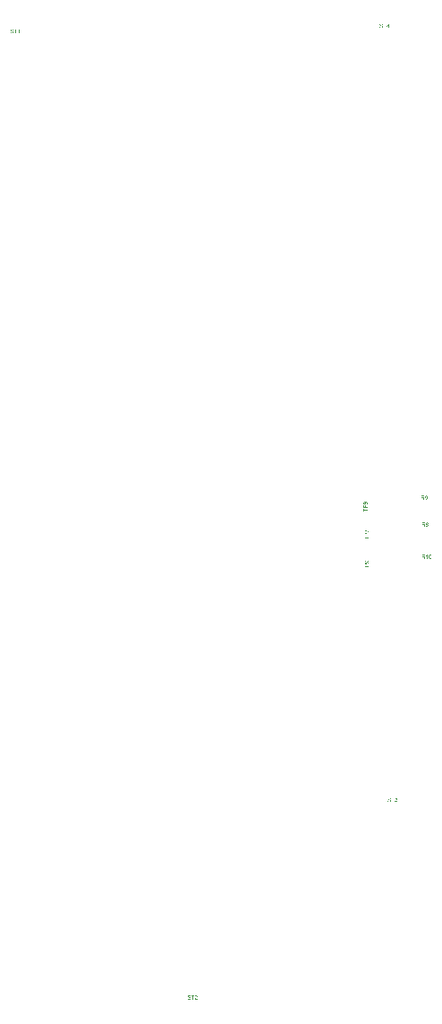
<source format=gbr>
G04*
G04 #@! TF.GenerationSoftware,Altium Limited,Altium Designer,23.10.1 (27)*
G04*
G04 Layer_Color=32768*
%FSLAX42Y42*%
%MOMM*%
G71*
G04*
G04 #@! TF.SameCoordinates,D788F153-7B32-47A3-9728-DC68925F5BF0*
G04*
G04*
G04 #@! TF.FilePolarity,Positive*
G04*
G01*
G75*
G36*
X1006Y-172D02*
X1006Y-172D01*
X1007Y-172D01*
X1007Y-172D01*
X1008Y-173D01*
X1009Y-173D01*
X1010Y-173D01*
X1011Y-174D01*
X1011Y-174D01*
X1012Y-174D01*
X1013Y-175D01*
X1013Y-176D01*
X1013Y-176D01*
X1014Y-176D01*
X1014Y-176D01*
X1014Y-176D01*
X1014Y-177D01*
X1014Y-177D01*
X1015Y-177D01*
X1015Y-178D01*
X1015Y-179D01*
X1016Y-179D01*
X1016Y-180D01*
X1016Y-181D01*
X1016Y-182D01*
X1016Y-183D01*
X1017Y-184D01*
X1017Y-185D01*
Y-185D01*
X1017Y-186D01*
X1017Y-186D01*
X1016Y-187D01*
X1016Y-187D01*
X1016Y-188D01*
X1016Y-190D01*
X1016Y-190D01*
X1015Y-191D01*
X1015Y-192D01*
X1014Y-193D01*
X1014Y-193D01*
X1013Y-194D01*
X1013Y-194D01*
X1013Y-194D01*
X1013Y-194D01*
X1013Y-194D01*
X1012Y-195D01*
X1012Y-195D01*
X1012Y-195D01*
X1011Y-196D01*
X1010Y-196D01*
X1010Y-196D01*
X1008Y-197D01*
X1008Y-197D01*
X1007Y-197D01*
X1006Y-197D01*
X1005Y-197D01*
X1005D01*
X1005D01*
X1005D01*
X1004Y-197D01*
X1004D01*
X1004Y-197D01*
X1003Y-197D01*
X1002Y-197D01*
X1001Y-197D01*
X1000Y-196D01*
X999Y-195D01*
X999D01*
X999Y-195D01*
X998Y-195D01*
X998Y-195D01*
X997Y-194D01*
X997Y-193D01*
X996Y-192D01*
X996Y-191D01*
X995Y-190D01*
Y-190D01*
X995Y-190D01*
X995Y-190D01*
X995Y-191D01*
X995Y-191D01*
X995Y-192D01*
X994Y-192D01*
X994Y-193D01*
X993Y-194D01*
X992Y-194D01*
X992Y-194D01*
X992Y-195D01*
X991Y-195D01*
X991Y-195D01*
X990Y-195D01*
X989Y-196D01*
X988Y-196D01*
X987Y-196D01*
X987D01*
X987D01*
X987D01*
X987Y-196D01*
X986Y-196D01*
X986Y-196D01*
X985Y-195D01*
X984Y-195D01*
X983Y-195D01*
X982Y-194D01*
X982Y-194D01*
X981Y-193D01*
X980Y-193D01*
X980Y-193D01*
X980Y-193D01*
X980Y-193D01*
X980Y-192D01*
X980Y-192D01*
X980Y-192D01*
X979Y-191D01*
X979Y-191D01*
X979Y-190D01*
X978Y-190D01*
X978Y-189D01*
X978Y-188D01*
X978Y-187D01*
X978Y-186D01*
X978Y-185D01*
Y-184D01*
X978Y-184D01*
X978Y-184D01*
X978Y-183D01*
X978Y-183D01*
X978Y-182D01*
X978Y-181D01*
X979Y-179D01*
X979Y-179D01*
X979Y-178D01*
X980Y-177D01*
X980Y-177D01*
X981Y-177D01*
X981Y-177D01*
X981Y-176D01*
X981Y-176D01*
X981Y-176D01*
X982Y-176D01*
X982Y-175D01*
X983Y-175D01*
X985Y-174D01*
X986Y-174D01*
X987Y-174D01*
X988Y-174D01*
X988D01*
X988D01*
X988D01*
X989Y-174D01*
X989Y-174D01*
X990Y-174D01*
X991Y-174D01*
X991Y-175D01*
X992Y-175D01*
X992Y-175D01*
X993Y-175D01*
X993Y-176D01*
X993Y-176D01*
X994Y-177D01*
X994Y-177D01*
X995Y-178D01*
X995Y-179D01*
Y-179D01*
X995Y-179D01*
X995Y-179D01*
X996Y-179D01*
X996Y-178D01*
X996Y-177D01*
X997Y-176D01*
X997Y-176D01*
X998Y-175D01*
X999Y-174D01*
X999D01*
X999Y-174D01*
X999Y-174D01*
X1000Y-173D01*
X1001Y-173D01*
X1002Y-173D01*
X1003Y-172D01*
X1004Y-172D01*
X1005Y-172D01*
X1005D01*
X1005D01*
X1006D01*
X1006Y-172D01*
D02*
G37*
G36*
X990Y-202D02*
X990Y-202D01*
X991Y-202D01*
X991Y-202D01*
X992Y-202D01*
X993Y-203D01*
X994Y-203D01*
X994Y-203D01*
X995Y-204D01*
X996Y-204D01*
X996Y-204D01*
X997Y-205D01*
X997Y-205D01*
X997Y-205D01*
X997Y-205D01*
X998Y-206D01*
X998Y-206D01*
X998Y-206D01*
X998Y-207D01*
X999Y-208D01*
X999Y-208D01*
X999Y-209D01*
X1000Y-210D01*
X1000Y-211D01*
X1000Y-212D01*
X1000Y-213D01*
X1000Y-215D01*
X1000Y-216D01*
Y-226D01*
X1016D01*
Y-231D01*
X978D01*
Y-215D01*
X978Y-215D01*
X978Y-214D01*
X978Y-213D01*
X978Y-212D01*
X978Y-211D01*
Y-211D01*
X978Y-210D01*
X978Y-210D01*
X978Y-209D01*
X979Y-208D01*
X979Y-208D01*
X979Y-207D01*
X980Y-206D01*
X980Y-206D01*
X980Y-206D01*
X980Y-205D01*
X981Y-205D01*
X981Y-205D01*
X982Y-204D01*
X983Y-203D01*
X984Y-203D01*
X984Y-203D01*
X984Y-203D01*
X984Y-203D01*
X985Y-202D01*
X986Y-202D01*
X987Y-202D01*
X988Y-202D01*
X989Y-202D01*
X989D01*
X989D01*
X989D01*
X990Y-202D01*
D02*
G37*
G36*
X982Y-249D02*
X1016D01*
Y-254D01*
X982D01*
Y-267D01*
X978D01*
Y-236D01*
X982D01*
Y-249D01*
D02*
G37*
G36*
X1011Y-729D02*
X1011D01*
X1012Y-729D01*
X1013Y-729D01*
X1015Y-729D01*
X1017Y-729D01*
X1019Y-730D01*
X1020Y-730D01*
X1021Y-730D01*
X1021D01*
X1021Y-730D01*
X1021Y-730D01*
X1021Y-730D01*
X1022Y-731D01*
X1022Y-731D01*
X1023Y-731D01*
X1024Y-732D01*
X1025Y-733D01*
X1026Y-734D01*
X1027Y-735D01*
Y-735D01*
X1027Y-735D01*
X1027Y-735D01*
X1027Y-735D01*
X1028Y-736D01*
X1028Y-736D01*
X1028Y-736D01*
X1028Y-737D01*
X1029Y-738D01*
X1029Y-739D01*
X1029Y-741D01*
X1029Y-742D01*
Y-743D01*
X1029Y-743D01*
Y-743D01*
X1029Y-744D01*
X1029Y-745D01*
X1029Y-746D01*
X1028Y-747D01*
X1028Y-748D01*
X1027Y-749D01*
X1027Y-750D01*
X1027Y-750D01*
X1027Y-750D01*
X1027Y-750D01*
X1026Y-750D01*
X1026Y-750D01*
X1026Y-751D01*
X1025Y-751D01*
X1024Y-752D01*
X1023Y-752D01*
X1021Y-753D01*
X1020Y-753D01*
X1019Y-748D01*
X1020D01*
X1020Y-748D01*
X1020D01*
X1020Y-748D01*
X1021Y-748D01*
X1021Y-748D01*
X1022Y-748D01*
X1023Y-747D01*
X1023Y-747D01*
X1024Y-746D01*
X1024Y-746D01*
X1024Y-746D01*
X1025Y-746D01*
X1025Y-745D01*
X1025Y-745D01*
X1025Y-744D01*
X1025Y-743D01*
X1025Y-742D01*
Y-742D01*
X1025Y-741D01*
X1025Y-741D01*
X1025Y-740D01*
X1025Y-740D01*
X1025Y-739D01*
X1025Y-738D01*
X1024Y-738D01*
X1024Y-738D01*
X1024Y-738D01*
X1024Y-737D01*
X1023Y-737D01*
X1023Y-736D01*
X1022Y-736D01*
X1022Y-736D01*
X1022Y-736D01*
X1022Y-735D01*
X1021Y-735D01*
X1021Y-735D01*
X1020Y-735D01*
X1019Y-734D01*
X1018Y-734D01*
X1017Y-734D01*
X1017D01*
X1017Y-734D01*
X1017D01*
X1017Y-734D01*
X1016Y-734D01*
X1016Y-734D01*
X1015Y-733D01*
X1014Y-733D01*
X1013Y-733D01*
X1012Y-733D01*
X1012D01*
X1011D01*
X1011D01*
X1011D01*
X1011Y-733D01*
X1011Y-733D01*
X1011Y-734D01*
X1012Y-734D01*
X1013Y-735D01*
X1013Y-735D01*
X1014Y-736D01*
X1014Y-737D01*
X1014Y-737D01*
X1015Y-737D01*
X1015Y-738D01*
X1015Y-739D01*
X1015Y-739D01*
X1015Y-740D01*
X1016Y-741D01*
X1016Y-742D01*
Y-743D01*
X1016Y-743D01*
X1016Y-744D01*
X1016Y-744D01*
X1015Y-745D01*
X1015Y-745D01*
X1015Y-746D01*
X1015Y-747D01*
X1014Y-748D01*
X1014Y-748D01*
X1013Y-749D01*
X1013Y-750D01*
X1012Y-750D01*
X1012Y-750D01*
X1012Y-751D01*
X1012Y-751D01*
X1012Y-751D01*
X1011Y-751D01*
X1011Y-751D01*
X1010Y-752D01*
X1010Y-752D01*
X1009Y-752D01*
X1009Y-753D01*
X1008Y-753D01*
X1007Y-753D01*
X1006Y-753D01*
X1005Y-753D01*
X1004Y-754D01*
X1003Y-754D01*
X1003D01*
X1003D01*
X1003D01*
X1002Y-754D01*
X1002Y-754D01*
X1001Y-753D01*
X1001Y-753D01*
X1000Y-753D01*
X998Y-753D01*
X998Y-753D01*
X997Y-752D01*
X996Y-752D01*
X995Y-751D01*
X994Y-751D01*
X994Y-750D01*
X994Y-750D01*
X994Y-750D01*
X993Y-750D01*
X993Y-750D01*
X993Y-749D01*
X993Y-749D01*
X992Y-748D01*
X992Y-748D01*
X992Y-747D01*
X991Y-747D01*
X991Y-745D01*
X991Y-744D01*
X990Y-743D01*
X990Y-743D01*
X990Y-742D01*
Y-741D01*
X990Y-741D01*
Y-741D01*
X990Y-740D01*
X990Y-739D01*
X991Y-738D01*
X991Y-737D01*
X992Y-736D01*
X992Y-735D01*
Y-735D01*
X992Y-735D01*
X992Y-735D01*
X993Y-734D01*
X993Y-734D01*
X994Y-733D01*
X995Y-732D01*
X996Y-732D01*
X997Y-731D01*
X998Y-730D01*
X998D01*
X998Y-730D01*
X998Y-730D01*
X999Y-730D01*
X999Y-730D01*
X1000Y-730D01*
X1000Y-729D01*
X1001Y-729D01*
X1001Y-729D01*
X1002Y-729D01*
X1003Y-729D01*
X1004Y-729D01*
X1005Y-729D01*
X1006Y-729D01*
X1007Y-728D01*
X1009D01*
X1009D01*
X1009D01*
X1009D01*
X1010D01*
X1011Y-729D01*
D02*
G37*
G36*
X1002Y-758D02*
X1003Y-758D01*
X1003Y-758D01*
X1004Y-758D01*
X1004Y-759D01*
X1006Y-759D01*
X1006Y-759D01*
X1007Y-760D01*
X1008Y-760D01*
X1008Y-760D01*
X1009Y-761D01*
X1010Y-761D01*
X1010Y-761D01*
X1010Y-762D01*
X1010Y-762D01*
X1010Y-762D01*
X1011Y-762D01*
X1011Y-763D01*
X1011Y-763D01*
X1011Y-764D01*
X1012Y-765D01*
X1012Y-765D01*
X1012Y-766D01*
X1013Y-767D01*
X1013Y-769D01*
X1013Y-770D01*
X1013Y-771D01*
X1013Y-773D01*
Y-782D01*
X1029D01*
Y-787D01*
X990D01*
Y-772D01*
X990Y-771D01*
X990Y-770D01*
X991Y-769D01*
X991Y-768D01*
X991Y-767D01*
Y-767D01*
X991Y-767D01*
X991Y-766D01*
X991Y-766D01*
X991Y-765D01*
X992Y-764D01*
X992Y-763D01*
X993Y-762D01*
X993Y-762D01*
X993Y-762D01*
X993Y-762D01*
X994Y-761D01*
X994Y-761D01*
X995Y-760D01*
X995Y-760D01*
X996Y-759D01*
X996Y-759D01*
X997Y-759D01*
X997Y-759D01*
X998Y-759D01*
X999Y-759D01*
X999Y-758D01*
X1000Y-758D01*
X1002Y-758D01*
X1002D01*
X1002D01*
X1002D01*
X1002Y-758D01*
D02*
G37*
G36*
X995Y-805D02*
X1029D01*
Y-810D01*
X995D01*
Y-823D01*
X990D01*
Y-793D01*
X995D01*
Y-805D01*
D02*
G37*
G36*
X995Y-437D02*
X995Y-437D01*
X995Y-437D01*
X995Y-438D01*
X996Y-438D01*
X996Y-438D01*
X997Y-439D01*
X997Y-439D01*
X998Y-440D01*
X999Y-440D01*
X1000Y-441D01*
X1001Y-442D01*
X1002Y-442D01*
X1003Y-443D01*
X1004Y-444D01*
X1005Y-444D01*
X1005Y-444D01*
X1005Y-444D01*
X1006Y-445D01*
X1006Y-445D01*
X1007Y-445D01*
X1007Y-446D01*
X1008Y-446D01*
X1009Y-446D01*
X1010Y-447D01*
X1011Y-447D01*
X1012Y-448D01*
X1013Y-448D01*
X1016Y-449D01*
X1018Y-450D01*
X1018D01*
X1018Y-450D01*
X1019Y-450D01*
X1019Y-450D01*
X1019Y-450D01*
X1020Y-450D01*
X1021Y-450D01*
X1021Y-451D01*
X1022Y-451D01*
X1023Y-451D01*
X1025Y-451D01*
X1027Y-451D01*
X1029Y-452D01*
Y-456D01*
X1029D01*
X1028D01*
X1028D01*
X1028Y-456D01*
X1027D01*
X1027Y-456D01*
X1026Y-456D01*
X1026Y-456D01*
X1025Y-456D01*
X1024Y-456D01*
X1023Y-456D01*
X1022Y-456D01*
X1021Y-455D01*
X1020Y-455D01*
X1018Y-455D01*
X1018D01*
X1018Y-455D01*
X1017Y-455D01*
X1017Y-454D01*
X1016Y-454D01*
X1016Y-454D01*
X1015Y-454D01*
X1014Y-453D01*
X1013Y-453D01*
X1012Y-453D01*
X1010Y-452D01*
X1008Y-451D01*
X1005Y-450D01*
X1005Y-450D01*
X1005Y-450D01*
X1005Y-449D01*
X1005Y-449D01*
X1004Y-449D01*
X1003Y-449D01*
X1003Y-448D01*
X1002Y-448D01*
X1000Y-447D01*
X999Y-446D01*
X997Y-444D01*
X995Y-443D01*
Y-462D01*
X991D01*
Y-437D01*
X995D01*
X995Y-437D01*
D02*
G37*
G36*
X1002Y-467D02*
X1003Y-467D01*
X1003Y-467D01*
X1004Y-467D01*
X1004Y-467D01*
X1006Y-467D01*
X1006Y-468D01*
X1007Y-468D01*
X1008Y-468D01*
X1008Y-469D01*
X1009Y-469D01*
X1010Y-470D01*
X1010Y-470D01*
X1010Y-470D01*
X1010Y-470D01*
X1010Y-470D01*
X1011Y-471D01*
X1011Y-471D01*
X1011Y-472D01*
X1011Y-472D01*
X1012Y-473D01*
X1012Y-474D01*
X1012Y-475D01*
X1013Y-476D01*
X1013Y-477D01*
X1013Y-478D01*
X1013Y-480D01*
X1013Y-481D01*
Y-491D01*
X1029D01*
Y-496D01*
X990D01*
Y-480D01*
X990Y-479D01*
X990Y-478D01*
X991Y-477D01*
X991Y-476D01*
X991Y-476D01*
Y-476D01*
X991Y-475D01*
X991Y-475D01*
X991Y-474D01*
X991Y-473D01*
X992Y-472D01*
X992Y-472D01*
X993Y-471D01*
X993Y-471D01*
X993Y-471D01*
X993Y-470D01*
X994Y-470D01*
X994Y-469D01*
X995Y-469D01*
X995Y-468D01*
X996Y-468D01*
X996Y-468D01*
X997Y-468D01*
X997Y-467D01*
X998Y-467D01*
X999Y-467D01*
X999Y-467D01*
X1000Y-467D01*
X1002Y-467D01*
X1002D01*
X1002D01*
X1002D01*
X1002Y-467D01*
D02*
G37*
G36*
X995Y-514D02*
X1029D01*
Y-519D01*
X995D01*
Y-532D01*
X990D01*
Y-501D01*
X995D01*
Y-514D01*
D02*
G37*
G36*
X-2346Y4293D02*
X-2346D01*
X-2345Y4293D01*
X-2344Y4293D01*
X-2342Y4293D01*
X-2341Y4293D01*
X-2340Y4292D01*
X-2340D01*
X-2340Y4292D01*
X-2339Y4292D01*
X-2339Y4292D01*
X-2339Y4292D01*
X-2338Y4291D01*
X-2337Y4290D01*
X-2336Y4290D01*
X-2336Y4289D01*
X-2335Y4288D01*
Y4288D01*
X-2335Y4288D01*
X-2335Y4288D01*
X-2335Y4288D01*
X-2334Y4287D01*
X-2334Y4286D01*
X-2334Y4285D01*
X-2333Y4284D01*
X-2333Y4283D01*
X-2333Y4282D01*
X-2338Y4282D01*
Y4282D01*
Y4282D01*
X-2338Y4282D01*
X-2338Y4282D01*
X-2338Y4283D01*
X-2338Y4284D01*
X-2339Y4285D01*
X-2339Y4285D01*
X-2340Y4286D01*
X-2340Y4287D01*
X-2341Y4287D01*
X-2341Y4287D01*
X-2341Y4288D01*
X-2342Y4288D01*
X-2343Y4288D01*
X-2344Y4289D01*
X-2346Y4289D01*
X-2347Y4289D01*
X-2348D01*
X-2348Y4289D01*
X-2349Y4289D01*
X-2350Y4289D01*
X-2351Y4288D01*
X-2352Y4288D01*
X-2353Y4288D01*
X-2353Y4288D01*
X-2354Y4287D01*
X-2354Y4287D01*
X-2354Y4287D01*
X-2355Y4287D01*
X-2355Y4286D01*
X-2355Y4286D01*
X-2356Y4285D01*
X-2356Y4284D01*
X-2356Y4283D01*
Y4283D01*
Y4283D01*
X-2356Y4282D01*
X-2356Y4282D01*
X-2356Y4281D01*
X-2355Y4281D01*
X-2355Y4280D01*
X-2354Y4280D01*
X-2354Y4280D01*
X-2354Y4280D01*
X-2354Y4279D01*
X-2354Y4279D01*
X-2353Y4279D01*
X-2353Y4279D01*
X-2352Y4279D01*
X-2352Y4279D01*
X-2351Y4278D01*
X-2351Y4278D01*
X-2350Y4278D01*
X-2349Y4278D01*
X-2348Y4277D01*
X-2347Y4277D01*
X-2347D01*
X-2347Y4277D01*
X-2346Y4277D01*
X-2346Y4277D01*
X-2345Y4277D01*
X-2345Y4277D01*
X-2344Y4276D01*
X-2343Y4276D01*
X-2342Y4276D01*
X-2341Y4275D01*
X-2340Y4275D01*
X-2339Y4275D01*
X-2339Y4275D01*
X-2338Y4275D01*
X-2338D01*
X-2338Y4275D01*
X-2338Y4274D01*
X-2338Y4274D01*
X-2337Y4274D01*
X-2336Y4274D01*
X-2336Y4273D01*
X-2335Y4272D01*
X-2334Y4271D01*
X-2333Y4271D01*
X-2333Y4271D01*
X-2333Y4270D01*
X-2333Y4270D01*
X-2333Y4269D01*
X-2332Y4268D01*
X-2332Y4267D01*
X-2332Y4266D01*
X-2332Y4265D01*
Y4265D01*
Y4265D01*
Y4265D01*
Y4265D01*
X-2332Y4264D01*
X-2332Y4263D01*
X-2332Y4262D01*
X-2332Y4262D01*
X-2333Y4261D01*
X-2334Y4259D01*
Y4259D01*
X-2334Y4259D01*
X-2334Y4259D01*
X-2334Y4259D01*
X-2335Y4258D01*
X-2336Y4257D01*
X-2336Y4257D01*
X-2337Y4256D01*
X-2339Y4255D01*
X-2339D01*
X-2339Y4255D01*
X-2339Y4255D01*
X-2339Y4255D01*
X-2339Y4255D01*
X-2340Y4255D01*
X-2341Y4255D01*
X-2342Y4254D01*
X-2343Y4254D01*
X-2344Y4254D01*
X-2346Y4254D01*
X-2347D01*
X-2347Y4254D01*
X-2348D01*
X-2348Y4254D01*
X-2349Y4254D01*
X-2350Y4254D01*
X-2352Y4254D01*
X-2353Y4255D01*
X-2355Y4255D01*
X-2355D01*
X-2355Y4255D01*
X-2355Y4255D01*
X-2355Y4256D01*
X-2356Y4256D01*
X-2357Y4256D01*
X-2357Y4257D01*
X-2358Y4258D01*
X-2359Y4259D01*
X-2360Y4260D01*
Y4260D01*
X-2360Y4260D01*
X-2360Y4260D01*
X-2360Y4260D01*
X-2361Y4261D01*
X-2361Y4261D01*
X-2361Y4262D01*
X-2362Y4263D01*
X-2362Y4264D01*
X-2362Y4265D01*
X-2362Y4267D01*
X-2357Y4267D01*
Y4267D01*
Y4267D01*
X-2357Y4267D01*
Y4267D01*
X-2357Y4266D01*
X-2357Y4266D01*
X-2357Y4265D01*
X-2357Y4264D01*
X-2356Y4263D01*
X-2356Y4262D01*
X-2356Y4262D01*
X-2356Y4262D01*
X-2355Y4262D01*
X-2355Y4261D01*
X-2354Y4261D01*
X-2354Y4260D01*
X-2353Y4260D01*
X-2352Y4259D01*
X-2352D01*
X-2352Y4259D01*
X-2352Y4259D01*
X-2352Y4259D01*
X-2351Y4259D01*
X-2350Y4259D01*
X-2349Y4259D01*
X-2348Y4259D01*
X-2347Y4258D01*
X-2346Y4258D01*
X-2346D01*
X-2345Y4258D01*
X-2344Y4258D01*
X-2344Y4259D01*
X-2343Y4259D01*
X-2342Y4259D01*
X-2341Y4259D01*
X-2341Y4259D01*
X-2341Y4259D01*
X-2340Y4260D01*
X-2340Y4260D01*
X-2339Y4260D01*
X-2339Y4261D01*
X-2338Y4261D01*
X-2338Y4262D01*
X-2338Y4262D01*
X-2338Y4262D01*
X-2337Y4262D01*
X-2337Y4263D01*
X-2337Y4263D01*
X-2337Y4264D01*
X-2337Y4264D01*
X-2337Y4265D01*
Y4265D01*
Y4265D01*
X-2337Y4266D01*
X-2337Y4266D01*
X-2337Y4266D01*
X-2337Y4267D01*
X-2337Y4268D01*
X-2338Y4268D01*
X-2338Y4268D01*
X-2338Y4268D01*
X-2338Y4268D01*
X-2339Y4269D01*
X-2339Y4269D01*
X-2340Y4270D01*
X-2340Y4270D01*
X-2341Y4270D01*
X-2341Y4270D01*
X-2341Y4270D01*
X-2342Y4271D01*
X-2342Y4271D01*
X-2343Y4271D01*
X-2343Y4271D01*
X-2343Y4271D01*
X-2344Y4271D01*
X-2345Y4271D01*
X-2345Y4271D01*
X-2346Y4272D01*
X-2347Y4272D01*
X-2348Y4272D01*
X-2348D01*
X-2348Y4272D01*
X-2348Y4272D01*
X-2349Y4272D01*
X-2349Y4272D01*
X-2350Y4273D01*
X-2351Y4273D01*
X-2352Y4273D01*
X-2353Y4274D01*
X-2354Y4274D01*
X-2355Y4274D01*
X-2355Y4274D01*
X-2355D01*
X-2356Y4275D01*
X-2356Y4275D01*
X-2356Y4275D01*
X-2357Y4275D01*
X-2358Y4276D01*
X-2358Y4277D01*
X-2359Y4277D01*
X-2359Y4278D01*
X-2359Y4278D01*
X-2360Y4278D01*
X-2360Y4279D01*
X-2360Y4279D01*
X-2360Y4280D01*
X-2361Y4281D01*
X-2361Y4282D01*
X-2361Y4283D01*
Y4283D01*
Y4283D01*
Y4283D01*
Y4283D01*
X-2361Y4284D01*
X-2361Y4285D01*
X-2360Y4285D01*
X-2360Y4286D01*
X-2360Y4287D01*
X-2359Y4288D01*
Y4288D01*
X-2359Y4288D01*
X-2359Y4289D01*
X-2358Y4289D01*
X-2358Y4290D01*
X-2357Y4290D01*
X-2356Y4291D01*
X-2355Y4292D01*
X-2354Y4292D01*
X-2354D01*
X-2354Y4292D01*
X-2354Y4292D01*
X-2354Y4292D01*
X-2354Y4292D01*
X-2353Y4293D01*
X-2352Y4293D01*
X-2351Y4293D01*
X-2350Y4293D01*
X-2349Y4293D01*
X-2347Y4293D01*
X-2347D01*
X-2346Y4293D01*
D02*
G37*
G36*
X-2276Y4254D02*
X-2281D01*
Y4284D01*
X-2281Y4284D01*
X-2281Y4284D01*
X-2282Y4284D01*
X-2282Y4283D01*
X-2283Y4283D01*
X-2284Y4282D01*
X-2284Y4282D01*
X-2285Y4281D01*
X-2286D01*
X-2286Y4281D01*
X-2286Y4281D01*
X-2286Y4281D01*
X-2287Y4280D01*
X-2288Y4280D01*
X-2289Y4280D01*
X-2290Y4279D01*
X-2290Y4279D01*
Y4283D01*
X-2290D01*
X-2290Y4283D01*
X-2290Y4284D01*
X-2290Y4284D01*
X-2289Y4284D01*
X-2289Y4284D01*
X-2288Y4285D01*
X-2287Y4285D01*
X-2286Y4286D01*
X-2285Y4287D01*
X-2284Y4288D01*
X-2283Y4288D01*
X-2283Y4288D01*
X-2283Y4288D01*
X-2283Y4288D01*
X-2283Y4289D01*
X-2282Y4289D01*
X-2281Y4290D01*
X-2280Y4291D01*
X-2280Y4292D01*
X-2279Y4293D01*
X-2276D01*
Y4254D01*
D02*
G37*
G36*
X-2297Y4288D02*
X-2310D01*
Y4254D01*
X-2315D01*
Y4288D01*
X-2328D01*
Y4293D01*
X-2297D01*
Y4288D01*
D02*
G37*
G36*
X-670Y-4838D02*
X-669D01*
X-668Y-4838D01*
X-667Y-4838D01*
X-666Y-4838D01*
X-665Y-4839D01*
X-663Y-4839D01*
X-663D01*
X-663Y-4839D01*
X-663Y-4839D01*
X-663Y-4839D01*
X-662Y-4840D01*
X-662Y-4840D01*
X-661Y-4841D01*
X-660Y-4842D01*
X-659Y-4842D01*
X-658Y-4843D01*
Y-4843D01*
X-658Y-4843D01*
X-658Y-4844D01*
X-658Y-4844D01*
X-658Y-4844D01*
X-658Y-4845D01*
X-657Y-4846D01*
X-657Y-4847D01*
X-657Y-4848D01*
X-657Y-4849D01*
X-661Y-4850D01*
Y-4850D01*
Y-4850D01*
X-661Y-4849D01*
X-661Y-4849D01*
X-662Y-4848D01*
X-662Y-4848D01*
X-662Y-4847D01*
X-663Y-4846D01*
X-663Y-4845D01*
X-664Y-4844D01*
X-664Y-4844D01*
X-664Y-4844D01*
X-665Y-4844D01*
X-666Y-4843D01*
X-667Y-4843D01*
X-668Y-4843D01*
X-669Y-4842D01*
X-671Y-4842D01*
X-672D01*
X-672Y-4842D01*
X-672Y-4842D01*
X-673Y-4843D01*
X-674Y-4843D01*
X-676Y-4843D01*
X-677Y-4844D01*
X-677Y-4844D01*
X-677Y-4844D01*
X-678Y-4844D01*
X-678Y-4844D01*
X-678Y-4845D01*
X-678Y-4845D01*
X-679Y-4846D01*
X-679Y-4846D01*
X-679Y-4847D01*
X-679Y-4848D01*
Y-4848D01*
Y-4848D01*
X-679Y-4849D01*
X-679Y-4849D01*
X-679Y-4850D01*
X-679Y-4850D01*
X-679Y-4851D01*
X-678Y-4851D01*
X-678Y-4852D01*
X-678Y-4852D01*
X-677Y-4852D01*
X-677Y-4852D01*
X-677Y-4852D01*
X-677Y-4852D01*
X-676Y-4853D01*
X-676Y-4853D01*
X-675Y-4853D01*
X-674Y-4853D01*
X-673Y-4853D01*
X-673Y-4854D01*
X-672Y-4854D01*
X-670Y-4854D01*
X-670D01*
X-670Y-4854D01*
X-670Y-4854D01*
X-669Y-4854D01*
X-669Y-4855D01*
X-668Y-4855D01*
X-668Y-4855D01*
X-667Y-4855D01*
X-666Y-4855D01*
X-664Y-4856D01*
X-664Y-4856D01*
X-663Y-4856D01*
X-662Y-4856D01*
X-662Y-4857D01*
X-662D01*
X-662Y-4857D01*
X-662Y-4857D01*
X-661Y-4857D01*
X-661Y-4857D01*
X-660Y-4858D01*
X-659Y-4858D01*
X-658Y-4859D01*
X-658Y-4860D01*
X-657Y-4861D01*
X-657Y-4861D01*
X-657Y-4861D01*
X-656Y-4862D01*
X-656Y-4862D01*
X-656Y-4863D01*
X-656Y-4864D01*
X-655Y-4865D01*
X-655Y-4866D01*
Y-4866D01*
Y-4866D01*
Y-4866D01*
Y-4867D01*
X-655Y-4867D01*
X-656Y-4868D01*
X-656Y-4869D01*
X-656Y-4870D01*
X-657Y-4871D01*
X-657Y-4872D01*
Y-4872D01*
X-657Y-4872D01*
X-657Y-4872D01*
X-658Y-4873D01*
X-658Y-4873D01*
X-659Y-4874D01*
X-660Y-4875D01*
X-661Y-4875D01*
X-662Y-4876D01*
X-662D01*
X-662Y-4876D01*
X-662Y-4876D01*
X-663Y-4876D01*
X-663Y-4876D01*
X-663Y-4876D01*
X-664Y-4877D01*
X-665Y-4877D01*
X-667Y-4877D01*
X-668Y-4877D01*
X-670Y-4877D01*
X-670D01*
X-671Y-4877D01*
X-671D01*
X-672Y-4877D01*
X-673Y-4877D01*
X-674Y-4877D01*
X-675Y-4877D01*
X-677Y-4876D01*
X-678Y-4876D01*
X-678D01*
X-678Y-4876D01*
X-679Y-4876D01*
X-679Y-4876D01*
X-679Y-4875D01*
X-680Y-4875D01*
X-681Y-4874D01*
X-682Y-4873D01*
X-683Y-4872D01*
X-684Y-4871D01*
Y-4871D01*
X-684Y-4871D01*
X-684Y-4871D01*
X-684Y-4871D01*
X-684Y-4871D01*
X-684Y-4870D01*
X-685Y-4869D01*
X-685Y-4868D01*
X-685Y-4867D01*
X-686Y-4866D01*
X-686Y-4865D01*
X-681Y-4864D01*
Y-4864D01*
Y-4864D01*
X-681Y-4864D01*
Y-4865D01*
X-681Y-4865D01*
X-681Y-4866D01*
X-680Y-4867D01*
X-680Y-4867D01*
X-680Y-4868D01*
X-679Y-4869D01*
X-679Y-4869D01*
X-679Y-4869D01*
X-679Y-4869D01*
X-679Y-4870D01*
X-678Y-4870D01*
X-677Y-4871D01*
X-677Y-4871D01*
X-676Y-4872D01*
X-676D01*
X-676Y-4872D01*
X-675Y-4872D01*
X-675Y-4872D01*
X-675Y-4872D01*
X-674Y-4872D01*
X-673Y-4873D01*
X-672Y-4873D01*
X-671Y-4873D01*
X-670Y-4873D01*
X-669D01*
X-669Y-4873D01*
X-668Y-4873D01*
X-667Y-4873D01*
X-666Y-4873D01*
X-665Y-4872D01*
X-665Y-4872D01*
X-665Y-4872D01*
X-664Y-4872D01*
X-664Y-4872D01*
X-663Y-4871D01*
X-663Y-4871D01*
X-662Y-4871D01*
X-662Y-4870D01*
X-661Y-4870D01*
X-661Y-4870D01*
X-661Y-4869D01*
X-661Y-4869D01*
X-661Y-4869D01*
X-661Y-4868D01*
X-660Y-4868D01*
X-660Y-4867D01*
X-660Y-4866D01*
Y-4866D01*
Y-4866D01*
X-660Y-4866D01*
X-660Y-4865D01*
X-660Y-4865D01*
X-661Y-4864D01*
X-661Y-4864D01*
X-661Y-4863D01*
X-661Y-4863D01*
X-662Y-4863D01*
X-662Y-4863D01*
X-662Y-4863D01*
X-663Y-4862D01*
X-663Y-4862D01*
X-664Y-4861D01*
X-665Y-4861D01*
X-665Y-4861D01*
X-665Y-4861D01*
X-666Y-4861D01*
X-666Y-4861D01*
X-666Y-4861D01*
X-667Y-4860D01*
X-667Y-4860D01*
X-668Y-4860D01*
X-668Y-4860D01*
X-669Y-4860D01*
X-670Y-4860D01*
X-671Y-4859D01*
X-672Y-4859D01*
X-672D01*
X-672Y-4859D01*
X-672Y-4859D01*
X-672Y-4859D01*
X-673Y-4859D01*
X-673Y-4859D01*
X-674Y-4858D01*
X-676Y-4858D01*
X-677Y-4858D01*
X-678Y-4857D01*
X-679Y-4857D01*
X-679Y-4857D01*
X-679D01*
X-679Y-4857D01*
X-679Y-4857D01*
X-680Y-4856D01*
X-680Y-4856D01*
X-681Y-4855D01*
X-682Y-4855D01*
X-682Y-4854D01*
X-683Y-4853D01*
X-683Y-4853D01*
X-683Y-4853D01*
X-683Y-4852D01*
X-684Y-4852D01*
X-684Y-4851D01*
X-684Y-4850D01*
X-684Y-4849D01*
X-684Y-4848D01*
Y-4848D01*
Y-4848D01*
Y-4848D01*
Y-4848D01*
X-684Y-4847D01*
X-684Y-4847D01*
X-684Y-4846D01*
X-684Y-4845D01*
X-683Y-4844D01*
X-683Y-4843D01*
Y-4843D01*
X-683Y-4843D01*
X-682Y-4843D01*
X-682Y-4842D01*
X-682Y-4842D01*
X-681Y-4841D01*
X-680Y-4840D01*
X-679Y-4840D01*
X-678Y-4839D01*
X-678D01*
X-678Y-4839D01*
X-678Y-4839D01*
X-677Y-4839D01*
X-677Y-4839D01*
X-677Y-4839D01*
X-676Y-4838D01*
X-675Y-4838D01*
X-674Y-4838D01*
X-672Y-4838D01*
X-671Y-4838D01*
X-670D01*
X-670Y-4838D01*
D02*
G37*
G36*
X-604Y-4838D02*
X-604Y-4838D01*
X-603Y-4838D01*
X-602Y-4839D01*
X-602Y-4839D01*
X-600Y-4839D01*
X-599Y-4840D01*
X-598Y-4840D01*
X-597Y-4840D01*
X-597Y-4841D01*
X-596Y-4841D01*
X-596Y-4841D01*
X-596Y-4842D01*
X-596Y-4842D01*
X-596Y-4842D01*
X-595Y-4842D01*
X-595Y-4843D01*
X-595Y-4843D01*
X-594Y-4844D01*
X-594Y-4845D01*
X-593Y-4846D01*
X-593Y-4847D01*
X-593Y-4847D01*
X-593Y-4848D01*
X-593Y-4849D01*
Y-4849D01*
Y-4849D01*
X-593Y-4850D01*
X-593Y-4850D01*
X-593Y-4851D01*
X-593Y-4852D01*
X-594Y-4853D01*
X-594Y-4853D01*
X-594Y-4854D01*
X-594Y-4854D01*
X-594Y-4854D01*
X-595Y-4855D01*
X-595Y-4856D01*
X-596Y-4856D01*
X-596Y-4857D01*
X-597Y-4858D01*
X-597Y-4858D01*
X-597Y-4859D01*
X-598Y-4859D01*
X-598Y-4859D01*
X-598Y-4860D01*
X-599Y-4860D01*
X-599Y-4860D01*
X-600Y-4861D01*
X-600Y-4861D01*
X-601Y-4862D01*
X-602Y-4863D01*
X-602Y-4863D01*
X-603Y-4864D01*
X-604Y-4865D01*
X-604Y-4865D01*
X-604Y-4865D01*
X-605Y-4865D01*
X-605Y-4865D01*
X-605Y-4866D01*
X-606Y-4866D01*
X-607Y-4867D01*
X-607Y-4868D01*
X-608Y-4868D01*
X-609Y-4869D01*
X-609Y-4869D01*
X-610Y-4870D01*
X-610Y-4870D01*
X-610Y-4870D01*
X-610Y-4870D01*
X-610Y-4871D01*
X-611Y-4871D01*
X-611Y-4871D01*
X-612Y-4872D01*
X-593D01*
Y-4877D01*
X-618D01*
Y-4877D01*
Y-4877D01*
Y-4876D01*
X-618Y-4876D01*
X-618Y-4875D01*
X-618Y-4875D01*
X-618Y-4874D01*
X-618Y-4874D01*
Y-4873D01*
X-618Y-4873D01*
X-618Y-4873D01*
X-617Y-4873D01*
X-617Y-4872D01*
X-617Y-4871D01*
X-616Y-4870D01*
X-615Y-4869D01*
X-615Y-4868D01*
Y-4868D01*
X-614Y-4868D01*
X-614Y-4868D01*
X-614Y-4867D01*
X-613Y-4867D01*
X-612Y-4866D01*
X-611Y-4865D01*
X-610Y-4864D01*
X-608Y-4863D01*
X-608Y-4863D01*
X-608Y-4862D01*
X-608Y-4862D01*
X-607Y-4862D01*
X-607Y-4861D01*
X-606Y-4861D01*
X-606Y-4860D01*
X-605Y-4860D01*
X-604Y-4858D01*
X-602Y-4857D01*
X-602Y-4856D01*
X-601Y-4856D01*
X-600Y-4855D01*
X-600Y-4855D01*
Y-4854D01*
X-600Y-4854D01*
X-600Y-4854D01*
X-600Y-4854D01*
X-599Y-4853D01*
X-599Y-4853D01*
X-598Y-4852D01*
X-598Y-4851D01*
X-598Y-4850D01*
X-598Y-4849D01*
Y-4849D01*
Y-4849D01*
X-598Y-4848D01*
X-598Y-4848D01*
X-598Y-4847D01*
X-598Y-4846D01*
X-599Y-4846D01*
X-599Y-4845D01*
X-600Y-4844D01*
X-600Y-4844D01*
X-600Y-4844D01*
X-601Y-4844D01*
X-601Y-4843D01*
X-602Y-4843D01*
X-603Y-4842D01*
X-604Y-4842D01*
X-605Y-4842D01*
X-605D01*
X-606Y-4842D01*
X-606Y-4842D01*
X-607Y-4842D01*
X-608Y-4843D01*
X-609Y-4843D01*
X-610Y-4844D01*
X-610Y-4844D01*
X-611Y-4844D01*
X-611Y-4845D01*
X-611Y-4845D01*
X-611Y-4846D01*
X-612Y-4847D01*
X-612Y-4848D01*
X-612Y-4849D01*
X-613Y-4850D01*
X-617Y-4849D01*
Y-4849D01*
X-617Y-4849D01*
Y-4849D01*
X-617Y-4849D01*
X-617Y-4848D01*
X-617Y-4848D01*
X-617Y-4847D01*
X-617Y-4846D01*
X-616Y-4845D01*
X-616Y-4844D01*
X-615Y-4843D01*
X-615Y-4842D01*
X-614Y-4842D01*
X-614Y-4841D01*
X-614Y-4841D01*
X-613Y-4841D01*
X-613Y-4841D01*
X-613Y-4841D01*
X-613Y-4841D01*
X-612Y-4840D01*
X-612Y-4840D01*
X-611Y-4840D01*
X-611Y-4839D01*
X-610Y-4839D01*
X-609Y-4839D01*
X-609Y-4839D01*
X-608Y-4839D01*
X-607Y-4838D01*
X-606Y-4838D01*
X-605Y-4838D01*
X-604D01*
X-604Y-4838D01*
D02*
G37*
G36*
X-621Y-4843D02*
X-634D01*
Y-4877D01*
X-639D01*
Y-4843D01*
X-651D01*
Y-4838D01*
X-621D01*
Y-4843D01*
D02*
G37*
G36*
X1223Y-2971D02*
X1223D01*
X1224Y-2971D01*
X1225Y-2971D01*
X1226Y-2972D01*
X1228Y-2972D01*
X1229Y-2972D01*
X1229D01*
X1229Y-2972D01*
X1229Y-2972D01*
X1229Y-2973D01*
X1230Y-2973D01*
X1231Y-2973D01*
X1232Y-2974D01*
X1232Y-2975D01*
X1233Y-2975D01*
X1234Y-2976D01*
Y-2976D01*
X1234Y-2977D01*
X1234Y-2977D01*
X1234Y-2977D01*
X1234Y-2977D01*
X1235Y-2978D01*
X1235Y-2979D01*
X1235Y-2980D01*
X1236Y-2981D01*
X1236Y-2982D01*
X1231Y-2983D01*
Y-2983D01*
Y-2983D01*
X1231Y-2982D01*
X1231Y-2982D01*
X1231Y-2982D01*
X1230Y-2981D01*
X1230Y-2980D01*
X1230Y-2979D01*
X1229Y-2978D01*
X1228Y-2977D01*
X1228Y-2977D01*
X1228Y-2977D01*
X1227Y-2977D01*
X1227Y-2976D01*
X1226Y-2976D01*
X1224Y-2976D01*
X1223Y-2976D01*
X1222Y-2975D01*
X1221D01*
X1220Y-2976D01*
X1220Y-2976D01*
X1219Y-2976D01*
X1218Y-2976D01*
X1217Y-2976D01*
X1216Y-2977D01*
X1215Y-2977D01*
X1215Y-2977D01*
X1215Y-2977D01*
X1215Y-2977D01*
X1214Y-2978D01*
X1214Y-2978D01*
X1213Y-2979D01*
X1213Y-2980D01*
X1213Y-2980D01*
X1213Y-2981D01*
Y-2981D01*
Y-2982D01*
X1213Y-2982D01*
X1213Y-2982D01*
X1213Y-2983D01*
X1213Y-2983D01*
X1214Y-2984D01*
X1214Y-2985D01*
X1214Y-2985D01*
X1215Y-2985D01*
X1215Y-2985D01*
X1215Y-2985D01*
X1215Y-2985D01*
X1216Y-2985D01*
X1216Y-2986D01*
X1217Y-2986D01*
X1217Y-2986D01*
X1218Y-2986D01*
X1219Y-2987D01*
X1220Y-2987D01*
X1221Y-2987D01*
X1222Y-2987D01*
X1222D01*
X1222Y-2987D01*
X1223Y-2987D01*
X1223Y-2988D01*
X1223Y-2988D01*
X1224Y-2988D01*
X1225Y-2988D01*
X1225Y-2988D01*
X1227Y-2989D01*
X1228Y-2989D01*
X1229Y-2989D01*
X1229Y-2989D01*
X1230Y-2990D01*
X1230Y-2990D01*
X1230D01*
X1231Y-2990D01*
X1231Y-2990D01*
X1231Y-2990D01*
X1232Y-2990D01*
X1232Y-2991D01*
X1233Y-2991D01*
X1234Y-2992D01*
X1235Y-2993D01*
X1235Y-2994D01*
X1235Y-2994D01*
X1236Y-2994D01*
X1236Y-2995D01*
X1236Y-2995D01*
X1236Y-2996D01*
X1237Y-2997D01*
X1237Y-2998D01*
X1237Y-2999D01*
Y-2999D01*
Y-2999D01*
Y-2999D01*
Y-3000D01*
X1237Y-3000D01*
X1237Y-3001D01*
X1237Y-3002D01*
X1236Y-3003D01*
X1236Y-3004D01*
X1235Y-3005D01*
Y-3005D01*
X1235Y-3005D01*
X1235Y-3005D01*
X1234Y-3006D01*
X1234Y-3006D01*
X1233Y-3007D01*
X1232Y-3008D01*
X1231Y-3008D01*
X1230Y-3009D01*
X1230D01*
X1230Y-3009D01*
X1230Y-3009D01*
X1230Y-3009D01*
X1229Y-3009D01*
X1229Y-3010D01*
X1228Y-3010D01*
X1227Y-3010D01*
X1226Y-3010D01*
X1224Y-3011D01*
X1223Y-3011D01*
X1222D01*
X1221Y-3011D01*
X1221D01*
X1220Y-3010D01*
X1220Y-3010D01*
X1218Y-3010D01*
X1217Y-3010D01*
X1215Y-3010D01*
X1214Y-3009D01*
X1214D01*
X1214Y-3009D01*
X1214Y-3009D01*
X1214Y-3009D01*
X1213Y-3008D01*
X1212Y-3008D01*
X1211Y-3007D01*
X1210Y-3007D01*
X1209Y-3006D01*
X1209Y-3005D01*
Y-3004D01*
X1208Y-3004D01*
X1208Y-3004D01*
X1208Y-3004D01*
X1208Y-3004D01*
X1208Y-3003D01*
X1208Y-3003D01*
X1207Y-3001D01*
X1207Y-3000D01*
X1207Y-2999D01*
X1206Y-2998D01*
X1211Y-2997D01*
Y-2997D01*
Y-2997D01*
X1211Y-2997D01*
Y-2998D01*
X1211Y-2998D01*
X1212Y-2999D01*
X1212Y-3000D01*
X1212Y-3000D01*
X1212Y-3001D01*
X1213Y-3002D01*
X1213Y-3002D01*
X1213Y-3002D01*
X1213Y-3003D01*
X1214Y-3003D01*
X1214Y-3003D01*
X1215Y-3004D01*
X1216Y-3004D01*
X1217Y-3005D01*
X1217D01*
X1217Y-3005D01*
X1217Y-3005D01*
X1217Y-3005D01*
X1218Y-3005D01*
X1218Y-3005D01*
X1219Y-3006D01*
X1220Y-3006D01*
X1221Y-3006D01*
X1223Y-3006D01*
X1223D01*
X1224Y-3006D01*
X1224Y-3006D01*
X1225Y-3006D01*
X1226Y-3006D01*
X1227Y-3005D01*
X1228Y-3005D01*
X1228Y-3005D01*
X1228Y-3005D01*
X1228Y-3005D01*
X1229Y-3005D01*
X1229Y-3004D01*
X1230Y-3004D01*
X1231Y-3003D01*
X1231Y-3003D01*
X1231Y-3003D01*
X1231Y-3003D01*
X1231Y-3002D01*
X1232Y-3002D01*
X1232Y-3001D01*
X1232Y-3001D01*
X1232Y-3000D01*
X1232Y-3000D01*
Y-2999D01*
Y-2999D01*
X1232Y-2999D01*
X1232Y-2998D01*
X1232Y-2998D01*
X1232Y-2997D01*
X1231Y-2997D01*
X1231Y-2996D01*
X1231Y-2996D01*
X1231Y-2996D01*
X1231Y-2996D01*
X1230Y-2996D01*
X1230Y-2995D01*
X1229Y-2995D01*
X1228Y-2995D01*
X1228Y-2994D01*
X1227Y-2994D01*
X1227Y-2994D01*
X1227Y-2994D01*
X1226Y-2994D01*
X1226Y-2994D01*
X1226Y-2994D01*
X1225Y-2993D01*
X1225Y-2993D01*
X1224Y-2993D01*
X1223Y-2993D01*
X1223Y-2993D01*
X1222Y-2993D01*
X1221Y-2992D01*
X1221D01*
X1221Y-2992D01*
X1220Y-2992D01*
X1220Y-2992D01*
X1219Y-2992D01*
X1219Y-2992D01*
X1218Y-2992D01*
X1217Y-2991D01*
X1215Y-2991D01*
X1214Y-2990D01*
X1214Y-2990D01*
X1213Y-2990D01*
X1213D01*
X1213Y-2990D01*
X1213Y-2990D01*
X1212Y-2989D01*
X1212Y-2989D01*
X1211Y-2988D01*
X1210Y-2988D01*
X1210Y-2987D01*
X1209Y-2986D01*
X1209Y-2986D01*
X1209Y-2986D01*
X1209Y-2985D01*
X1209Y-2985D01*
X1208Y-2984D01*
X1208Y-2983D01*
X1208Y-2982D01*
X1208Y-2982D01*
Y-2981D01*
Y-2981D01*
Y-2981D01*
Y-2981D01*
X1208Y-2980D01*
X1208Y-2980D01*
X1208Y-2979D01*
X1209Y-2978D01*
X1209Y-2977D01*
X1210Y-2976D01*
Y-2976D01*
X1210Y-2976D01*
X1210Y-2976D01*
X1210Y-2975D01*
X1211Y-2975D01*
X1211Y-2974D01*
X1212Y-2973D01*
X1213Y-2973D01*
X1214Y-2972D01*
X1214D01*
X1215Y-2972D01*
X1215Y-2972D01*
X1215Y-2972D01*
X1215Y-2972D01*
X1216Y-2972D01*
X1216Y-2972D01*
X1217Y-2971D01*
X1219Y-2971D01*
X1220Y-2971D01*
X1221Y-2971D01*
X1222D01*
X1223Y-2971D01*
D02*
G37*
G36*
X1288Y-2971D02*
X1289Y-2972D01*
X1290Y-2972D01*
X1290Y-2972D01*
X1291Y-2972D01*
X1292Y-2973D01*
X1293D01*
X1293Y-2973D01*
X1293Y-2973D01*
X1293Y-2973D01*
X1294Y-2974D01*
X1295Y-2974D01*
X1295Y-2975D01*
X1296Y-2976D01*
X1297Y-2976D01*
X1297Y-2977D01*
X1297Y-2977D01*
X1297Y-2977D01*
X1297Y-2978D01*
X1298Y-2979D01*
X1298Y-2980D01*
X1298Y-2980D01*
X1298Y-2981D01*
Y-2981D01*
Y-2982D01*
X1298Y-2982D01*
X1298Y-2983D01*
X1298Y-2984D01*
X1297Y-2984D01*
X1297Y-2985D01*
X1297Y-2986D01*
X1297Y-2986D01*
X1296Y-2986D01*
X1296Y-2987D01*
X1296Y-2987D01*
X1295Y-2988D01*
X1294Y-2988D01*
X1294Y-2989D01*
X1293Y-2989D01*
X1293D01*
X1293Y-2989D01*
X1293Y-2989D01*
X1293Y-2989D01*
X1294Y-2990D01*
X1295Y-2990D01*
X1295Y-2990D01*
X1296Y-2991D01*
X1297Y-2992D01*
X1298Y-2992D01*
X1298Y-2993D01*
X1298Y-2993D01*
X1299Y-2993D01*
X1299Y-2994D01*
X1299Y-2995D01*
X1300Y-2996D01*
X1300Y-2997D01*
X1300Y-2999D01*
Y-2999D01*
Y-2999D01*
Y-2999D01*
X1300Y-2999D01*
X1300Y-3000D01*
X1300Y-3000D01*
X1300Y-3001D01*
X1299Y-3002D01*
X1299Y-3003D01*
X1299Y-3004D01*
X1298Y-3004D01*
X1298Y-3005D01*
X1297Y-3006D01*
X1297Y-3006D01*
X1296Y-3007D01*
X1296Y-3007D01*
X1296Y-3007D01*
X1296Y-3007D01*
X1295Y-3008D01*
X1295Y-3008D01*
X1295Y-3008D01*
X1294Y-3009D01*
X1294Y-3009D01*
X1293Y-3009D01*
X1292Y-3009D01*
X1292Y-3010D01*
X1291Y-3010D01*
X1290Y-3010D01*
X1289Y-3010D01*
X1288Y-3011D01*
X1287Y-3011D01*
X1286D01*
X1286Y-3011D01*
X1286Y-3010D01*
X1285Y-3010D01*
X1285Y-3010D01*
X1284Y-3010D01*
X1283Y-3010D01*
X1281Y-3009D01*
X1281Y-3009D01*
X1280Y-3009D01*
X1279Y-3008D01*
X1279Y-3008D01*
X1278Y-3008D01*
X1278Y-3007D01*
X1278Y-3007D01*
X1278Y-3007D01*
X1278Y-3007D01*
X1277Y-3006D01*
X1277Y-3006D01*
X1277Y-3005D01*
X1276Y-3005D01*
X1276Y-3004D01*
X1276Y-3003D01*
X1275Y-3001D01*
X1275Y-3001D01*
X1275Y-3000D01*
X1279Y-2999D01*
Y-2999D01*
X1280Y-2999D01*
X1280Y-3000D01*
X1280Y-3000D01*
X1280Y-3000D01*
X1280Y-3001D01*
X1280Y-3001D01*
X1280Y-3002D01*
X1281Y-3003D01*
X1282Y-3004D01*
X1282Y-3005D01*
X1282Y-3005D01*
X1283Y-3005D01*
X1283Y-3006D01*
X1284Y-3006D01*
X1284Y-3006D01*
X1285Y-3006D01*
X1286Y-3007D01*
X1287Y-3007D01*
X1287D01*
X1288Y-3007D01*
X1288Y-3007D01*
X1289Y-3006D01*
X1290Y-3006D01*
X1291Y-3006D01*
X1292Y-3005D01*
X1293Y-3004D01*
X1293Y-3004D01*
X1293Y-3004D01*
X1293Y-3003D01*
X1294Y-3003D01*
X1294Y-3002D01*
X1294Y-3001D01*
X1295Y-3000D01*
X1295Y-2999D01*
Y-2999D01*
Y-2999D01*
Y-2998D01*
X1295Y-2998D01*
X1295Y-2998D01*
X1295Y-2997D01*
X1294Y-2996D01*
X1294Y-2995D01*
X1293Y-2994D01*
X1293Y-2993D01*
X1293Y-2993D01*
X1292Y-2993D01*
X1292Y-2993D01*
X1291Y-2992D01*
X1290Y-2992D01*
X1290Y-2992D01*
X1289Y-2991D01*
X1287Y-2991D01*
X1287D01*
X1286Y-2991D01*
X1286Y-2991D01*
X1285Y-2991D01*
X1285Y-2992D01*
X1284Y-2992D01*
X1285Y-2988D01*
X1285D01*
X1285Y-2988D01*
X1286D01*
X1286Y-2988D01*
X1287Y-2987D01*
X1288Y-2987D01*
X1289Y-2987D01*
X1290Y-2987D01*
X1291Y-2986D01*
X1291D01*
X1291Y-2986D01*
X1291Y-2986D01*
X1291Y-2985D01*
X1292Y-2985D01*
X1292Y-2984D01*
X1293Y-2983D01*
X1293Y-2982D01*
X1293Y-2982D01*
Y-2981D01*
Y-2981D01*
Y-2981D01*
Y-2981D01*
X1293Y-2980D01*
X1293Y-2980D01*
X1293Y-2979D01*
X1292Y-2978D01*
X1292Y-2978D01*
X1291Y-2977D01*
X1291Y-2977D01*
X1291Y-2977D01*
X1291Y-2976D01*
X1290Y-2976D01*
X1290Y-2976D01*
X1289Y-2976D01*
X1288Y-2975D01*
X1287Y-2975D01*
X1286D01*
X1286Y-2975D01*
X1285Y-2976D01*
X1285Y-2976D01*
X1284Y-2976D01*
X1283Y-2976D01*
X1282Y-2977D01*
X1282Y-2977D01*
X1282Y-2977D01*
X1282Y-2978D01*
X1281Y-2978D01*
X1281Y-2979D01*
X1281Y-2980D01*
X1280Y-2981D01*
X1280Y-2982D01*
X1275Y-2981D01*
Y-2981D01*
X1275Y-2981D01*
X1275Y-2981D01*
X1275Y-2981D01*
X1276Y-2980D01*
X1276Y-2980D01*
X1276Y-2979D01*
X1277Y-2977D01*
X1277Y-2976D01*
X1278Y-2975D01*
X1279Y-2974D01*
X1279Y-2974D01*
X1279Y-2974D01*
X1279Y-2974D01*
X1280Y-2974D01*
X1280Y-2973D01*
X1280Y-2973D01*
X1281Y-2973D01*
X1281Y-2973D01*
X1282Y-2972D01*
X1284Y-2972D01*
X1285Y-2972D01*
X1286Y-2971D01*
X1287D01*
X1288Y-2971D01*
D02*
G37*
G36*
X1271Y-2976D02*
X1259D01*
Y-3010D01*
X1254D01*
Y-2976D01*
X1241D01*
Y-2972D01*
X1271D01*
Y-2976D01*
D02*
G37*
G36*
X1146Y4344D02*
X1147D01*
X1148Y4344D01*
X1149Y4344D01*
X1150Y4344D01*
X1151Y4343D01*
X1153Y4343D01*
X1153D01*
X1153Y4343D01*
X1153Y4343D01*
X1153Y4343D01*
X1154Y4342D01*
X1154Y4342D01*
X1155Y4341D01*
X1156Y4341D01*
X1157Y4340D01*
X1158Y4339D01*
Y4339D01*
X1158Y4339D01*
X1158Y4339D01*
X1158Y4338D01*
X1158Y4338D01*
X1159Y4337D01*
X1159Y4336D01*
X1159Y4335D01*
X1159Y4334D01*
X1160Y4333D01*
X1155Y4332D01*
Y4332D01*
Y4333D01*
X1155Y4333D01*
X1155Y4333D01*
X1154Y4334D01*
X1154Y4334D01*
X1154Y4335D01*
X1153Y4336D01*
X1153Y4337D01*
X1152Y4338D01*
X1152Y4338D01*
X1152Y4338D01*
X1151Y4338D01*
X1150Y4339D01*
X1149Y4339D01*
X1148Y4339D01*
X1147Y4340D01*
X1145Y4340D01*
X1145D01*
X1144Y4340D01*
X1144Y4340D01*
X1143Y4340D01*
X1142Y4339D01*
X1141Y4339D01*
X1140Y4339D01*
X1139Y4338D01*
X1139Y4338D01*
X1139Y4338D01*
X1138Y4338D01*
X1138Y4337D01*
X1138Y4337D01*
X1137Y4336D01*
X1137Y4336D01*
X1137Y4335D01*
X1137Y4334D01*
Y4334D01*
Y4334D01*
X1137Y4333D01*
X1137Y4333D01*
X1137Y4332D01*
X1137Y4332D01*
X1138Y4331D01*
X1138Y4331D01*
X1138Y4331D01*
X1138Y4330D01*
X1139Y4330D01*
X1139Y4330D01*
X1139Y4330D01*
X1140Y4330D01*
X1140Y4330D01*
X1141Y4329D01*
X1141Y4329D01*
X1142Y4329D01*
X1143Y4329D01*
X1144Y4328D01*
X1145Y4328D01*
X1146Y4328D01*
X1146D01*
X1146Y4328D01*
X1146Y4328D01*
X1147Y4328D01*
X1147Y4328D01*
X1148Y4327D01*
X1148Y4327D01*
X1149Y4327D01*
X1151Y4327D01*
X1152Y4326D01*
X1153Y4326D01*
X1153Y4326D01*
X1154Y4326D01*
X1154Y4325D01*
X1154D01*
X1154Y4325D01*
X1154Y4325D01*
X1155Y4325D01*
X1155Y4325D01*
X1156Y4324D01*
X1157Y4324D01*
X1158Y4323D01*
X1158Y4322D01*
X1159Y4321D01*
X1159Y4321D01*
X1159Y4321D01*
X1160Y4321D01*
X1160Y4320D01*
X1160Y4319D01*
X1161Y4318D01*
X1161Y4317D01*
X1161Y4316D01*
Y4316D01*
Y4316D01*
Y4316D01*
Y4316D01*
X1161Y4315D01*
X1161Y4314D01*
X1160Y4313D01*
X1160Y4312D01*
X1160Y4311D01*
X1159Y4310D01*
Y4310D01*
X1159Y4310D01*
X1159Y4310D01*
X1158Y4309D01*
X1158Y4309D01*
X1157Y4308D01*
X1156Y4307D01*
X1155Y4307D01*
X1154Y4306D01*
X1154D01*
X1154Y4306D01*
X1154Y4306D01*
X1153Y4306D01*
X1153Y4306D01*
X1153Y4306D01*
X1152Y4305D01*
X1151Y4305D01*
X1149Y4305D01*
X1148Y4305D01*
X1147Y4305D01*
X1146D01*
X1145Y4305D01*
X1145D01*
X1144Y4305D01*
X1144Y4305D01*
X1142Y4305D01*
X1141Y4305D01*
X1139Y4306D01*
X1138Y4306D01*
X1138D01*
X1138Y4306D01*
X1138Y4306D01*
X1137Y4306D01*
X1137Y4307D01*
X1136Y4307D01*
X1135Y4308D01*
X1134Y4309D01*
X1133Y4310D01*
X1132Y4311D01*
Y4311D01*
X1132Y4311D01*
X1132Y4311D01*
X1132Y4311D01*
X1132Y4312D01*
X1132Y4312D01*
X1131Y4313D01*
X1131Y4314D01*
X1131Y4315D01*
X1130Y4316D01*
X1130Y4318D01*
X1135Y4318D01*
Y4318D01*
Y4318D01*
X1135Y4318D01*
Y4318D01*
X1135Y4317D01*
X1135Y4316D01*
X1136Y4316D01*
X1136Y4315D01*
X1136Y4314D01*
X1137Y4313D01*
X1137Y4313D01*
X1137Y4313D01*
X1137Y4313D01*
X1138Y4312D01*
X1138Y4312D01*
X1139Y4311D01*
X1140Y4311D01*
X1140Y4310D01*
X1140D01*
X1141Y4310D01*
X1141Y4310D01*
X1141Y4310D01*
X1141Y4310D01*
X1142Y4310D01*
X1143Y4310D01*
X1144Y4309D01*
X1145Y4309D01*
X1146Y4309D01*
X1147D01*
X1147Y4309D01*
X1148Y4309D01*
X1149Y4309D01*
X1150Y4310D01*
X1151Y4310D01*
X1151Y4310D01*
X1152Y4310D01*
X1152Y4310D01*
X1152Y4310D01*
X1153Y4311D01*
X1153Y4311D01*
X1154Y4311D01*
X1154Y4312D01*
X1155Y4312D01*
X1155Y4312D01*
X1155Y4313D01*
X1155Y4313D01*
X1155Y4313D01*
X1156Y4314D01*
X1156Y4314D01*
X1156Y4315D01*
X1156Y4316D01*
Y4316D01*
Y4316D01*
X1156Y4316D01*
X1156Y4317D01*
X1156Y4317D01*
X1155Y4318D01*
X1155Y4318D01*
X1155Y4319D01*
X1155Y4319D01*
X1155Y4319D01*
X1154Y4319D01*
X1154Y4320D01*
X1154Y4320D01*
X1153Y4320D01*
X1152Y4321D01*
X1151Y4321D01*
X1151Y4321D01*
X1151Y4321D01*
X1151Y4321D01*
X1150Y4321D01*
X1150Y4321D01*
X1150Y4322D01*
X1149Y4322D01*
X1148Y4322D01*
X1148Y4322D01*
X1147Y4322D01*
X1146Y4322D01*
X1145Y4323D01*
X1145Y4323D01*
X1144D01*
X1144Y4323D01*
X1144Y4323D01*
X1144Y4323D01*
X1143Y4323D01*
X1143Y4323D01*
X1142Y4324D01*
X1140Y4324D01*
X1139Y4324D01*
X1138Y4325D01*
X1138Y4325D01*
X1137Y4325D01*
X1137D01*
X1137Y4325D01*
X1137Y4326D01*
X1136Y4326D01*
X1136Y4326D01*
X1135Y4327D01*
X1134Y4327D01*
X1134Y4328D01*
X1133Y4329D01*
X1133Y4329D01*
X1133Y4329D01*
X1133Y4330D01*
X1132Y4330D01*
X1132Y4331D01*
X1132Y4332D01*
X1132Y4333D01*
X1132Y4334D01*
Y4334D01*
Y4334D01*
Y4334D01*
Y4334D01*
X1132Y4335D01*
X1132Y4335D01*
X1132Y4336D01*
X1132Y4337D01*
X1133Y4338D01*
X1133Y4339D01*
Y4339D01*
X1133Y4339D01*
X1134Y4340D01*
X1134Y4340D01*
X1135Y4341D01*
X1135Y4341D01*
X1136Y4342D01*
X1137Y4342D01*
X1138Y4343D01*
X1138D01*
X1138Y4343D01*
X1138Y4343D01*
X1139Y4343D01*
X1139Y4343D01*
X1139Y4343D01*
X1140Y4344D01*
X1141Y4344D01*
X1142Y4344D01*
X1144Y4344D01*
X1145Y4344D01*
X1146D01*
X1146Y4344D01*
D02*
G37*
G36*
X1218Y4319D02*
X1223D01*
Y4314D01*
X1218D01*
Y4305D01*
X1214D01*
Y4314D01*
X1197D01*
Y4319D01*
X1214Y4344D01*
X1218D01*
Y4319D01*
D02*
G37*
G36*
X1195Y4339D02*
X1183D01*
Y4305D01*
X1177D01*
Y4339D01*
X1165D01*
Y4344D01*
X1195D01*
Y4339D01*
D02*
G37*
G36*
X1585Y-711D02*
X1581D01*
Y-681D01*
X1581Y-681D01*
X1580Y-682D01*
X1580Y-682D01*
X1579Y-682D01*
X1579Y-683D01*
X1578Y-683D01*
X1577Y-684D01*
X1576Y-685D01*
X1576D01*
X1576Y-685D01*
X1576Y-685D01*
X1575Y-685D01*
X1574Y-685D01*
X1574Y-686D01*
X1573Y-686D01*
X1572Y-687D01*
X1571Y-687D01*
Y-682D01*
X1571D01*
X1571Y-682D01*
X1572Y-682D01*
X1572Y-682D01*
X1572Y-682D01*
X1573Y-682D01*
X1573Y-681D01*
X1575Y-680D01*
X1576Y-680D01*
X1577Y-679D01*
X1578Y-678D01*
X1578Y-678D01*
X1578Y-678D01*
X1578Y-678D01*
X1579Y-677D01*
X1579Y-677D01*
X1580Y-676D01*
X1580Y-675D01*
X1581Y-675D01*
X1582Y-674D01*
X1582Y-673D01*
X1585D01*
Y-711D01*
D02*
G37*
G36*
X1549Y-673D02*
X1550D01*
X1551Y-673D01*
X1552Y-673D01*
X1553Y-673D01*
X1555Y-674D01*
X1555Y-674D01*
X1556Y-674D01*
X1556D01*
X1556Y-674D01*
X1556Y-674D01*
X1557Y-674D01*
X1557Y-675D01*
X1558Y-675D01*
X1559Y-676D01*
X1559Y-677D01*
X1560Y-678D01*
Y-678D01*
X1560Y-678D01*
X1560Y-678D01*
X1560Y-679D01*
X1561Y-679D01*
X1561Y-680D01*
X1561Y-681D01*
X1561Y-682D01*
X1562Y-683D01*
Y-683D01*
Y-684D01*
Y-684D01*
X1561Y-684D01*
Y-684D01*
X1561Y-685D01*
X1561Y-686D01*
X1561Y-687D01*
X1560Y-688D01*
X1560Y-689D01*
X1559Y-690D01*
X1559Y-690D01*
X1559Y-690D01*
X1559Y-690D01*
X1559Y-691D01*
X1558Y-691D01*
X1558Y-691D01*
X1558Y-691D01*
X1557Y-691D01*
X1557Y-692D01*
X1556Y-692D01*
X1556Y-692D01*
X1555Y-693D01*
X1554Y-693D01*
X1553Y-693D01*
X1553Y-693D01*
X1552Y-694D01*
X1551Y-694D01*
X1551Y-694D01*
X1551Y-694D01*
X1551Y-694D01*
X1552Y-694D01*
X1553Y-695D01*
X1553Y-695D01*
X1554Y-696D01*
X1554Y-696D01*
X1554Y-696D01*
X1555Y-697D01*
X1555Y-697D01*
X1556Y-698D01*
X1556Y-699D01*
X1557Y-700D01*
X1558Y-701D01*
X1565Y-711D01*
X1558D01*
X1553Y-703D01*
Y-703D01*
X1553Y-703D01*
X1553Y-703D01*
X1553Y-703D01*
X1552Y-702D01*
X1552Y-701D01*
X1551Y-700D01*
X1551Y-700D01*
X1550Y-699D01*
X1550Y-698D01*
X1550Y-698D01*
X1549Y-698D01*
X1549Y-697D01*
X1549Y-697D01*
X1548Y-696D01*
X1547Y-696D01*
X1547Y-695D01*
X1547Y-695D01*
X1547Y-695D01*
X1547Y-695D01*
X1546Y-695D01*
X1546Y-695D01*
X1546Y-695D01*
X1545Y-694D01*
X1545D01*
X1544Y-694D01*
X1544D01*
X1544Y-694D01*
X1544Y-694D01*
X1543D01*
X1543Y-694D01*
X1536D01*
Y-711D01*
X1531D01*
Y-673D01*
X1549D01*
X1549Y-673D01*
D02*
G37*
G36*
X1611Y-673D02*
X1612Y-673D01*
X1613Y-673D01*
X1613Y-673D01*
X1614Y-674D01*
X1615Y-674D01*
X1615D01*
X1615Y-674D01*
X1616Y-674D01*
X1616Y-674D01*
X1617Y-675D01*
X1617Y-675D01*
X1618Y-676D01*
X1618Y-677D01*
X1619Y-678D01*
X1619Y-678D01*
X1619Y-678D01*
X1620Y-678D01*
X1620Y-679D01*
X1620Y-680D01*
X1621Y-681D01*
X1621Y-682D01*
X1621Y-683D01*
Y-683D01*
X1622Y-683D01*
X1622Y-684D01*
X1622Y-684D01*
X1622Y-684D01*
X1622Y-685D01*
X1622Y-685D01*
X1622Y-686D01*
X1622Y-686D01*
X1622Y-687D01*
X1622Y-688D01*
X1622Y-688D01*
X1622Y-689D01*
Y-690D01*
X1622Y-691D01*
Y-692D01*
Y-692D01*
Y-693D01*
Y-693D01*
Y-693D01*
X1622Y-694D01*
Y-695D01*
X1622Y-695D01*
X1622Y-696D01*
X1622Y-698D01*
X1622Y-700D01*
X1621Y-702D01*
X1621Y-702D01*
X1621Y-703D01*
Y-703D01*
X1621Y-703D01*
X1621Y-704D01*
X1621Y-704D01*
X1621Y-704D01*
X1620Y-705D01*
X1620Y-706D01*
X1619Y-707D01*
X1619Y-708D01*
X1618Y-709D01*
X1617Y-710D01*
X1617D01*
X1617Y-710D01*
X1617Y-710D01*
X1616Y-710D01*
X1616Y-710D01*
X1616Y-710D01*
X1615Y-711D01*
X1614Y-711D01*
X1613Y-712D01*
X1611Y-712D01*
X1610Y-712D01*
X1609D01*
X1609Y-712D01*
X1608Y-712D01*
X1608Y-712D01*
X1607Y-712D01*
X1607Y-711D01*
X1606Y-711D01*
X1605Y-711D01*
X1605Y-711D01*
X1604Y-710D01*
X1603Y-710D01*
X1602Y-709D01*
X1602Y-709D01*
X1601Y-708D01*
X1601Y-708D01*
X1601Y-708D01*
X1601Y-707D01*
X1601Y-707D01*
X1600Y-706D01*
X1600Y-706D01*
X1600Y-705D01*
X1599Y-704D01*
X1599Y-703D01*
X1599Y-702D01*
X1598Y-701D01*
X1598Y-699D01*
X1598Y-698D01*
X1598Y-696D01*
X1597Y-694D01*
X1597Y-692D01*
Y-692D01*
Y-692D01*
Y-692D01*
Y-691D01*
X1597Y-691D01*
Y-690D01*
X1597Y-689D01*
X1598Y-688D01*
X1598Y-687D01*
X1598Y-685D01*
X1598Y-683D01*
X1599Y-682D01*
X1599Y-681D01*
Y-681D01*
X1599Y-681D01*
X1599Y-681D01*
X1599Y-681D01*
X1599Y-680D01*
X1599Y-680D01*
X1600Y-679D01*
X1600Y-678D01*
X1601Y-677D01*
X1602Y-676D01*
X1603Y-675D01*
X1603D01*
X1603Y-675D01*
X1603Y-675D01*
X1603Y-675D01*
X1604Y-674D01*
X1604Y-674D01*
X1605Y-674D01*
X1606Y-673D01*
X1607Y-673D01*
X1608Y-673D01*
X1610Y-673D01*
X1610D01*
X1611Y-673D01*
D02*
G37*
G36*
X1573Y-114D02*
X1574D01*
X1574Y-114D01*
X1575Y-114D01*
X1576Y-114D01*
X1577Y-115D01*
X1578Y-115D01*
X1579Y-116D01*
X1580D01*
X1580Y-116D01*
X1580Y-116D01*
X1580Y-116D01*
X1581Y-117D01*
X1581Y-117D01*
X1582Y-118D01*
X1583Y-119D01*
X1584Y-120D01*
X1584Y-122D01*
Y-122D01*
X1584Y-122D01*
X1584Y-122D01*
X1584Y-122D01*
X1585Y-123D01*
X1585Y-123D01*
X1585Y-124D01*
X1585Y-124D01*
X1585Y-125D01*
X1585Y-126D01*
X1585Y-127D01*
X1586Y-128D01*
X1586Y-129D01*
X1586Y-130D01*
X1586Y-131D01*
Y-132D01*
Y-133D01*
Y-133D01*
Y-133D01*
Y-134D01*
X1586Y-134D01*
Y-135D01*
X1586Y-136D01*
X1586Y-137D01*
X1585Y-139D01*
X1585Y-141D01*
X1585Y-142D01*
X1585Y-143D01*
X1584Y-144D01*
Y-144D01*
X1584Y-144D01*
X1584Y-145D01*
X1584Y-145D01*
X1584Y-145D01*
X1584Y-146D01*
X1583Y-147D01*
X1582Y-148D01*
X1582Y-149D01*
X1581Y-150D01*
X1579Y-151D01*
X1579D01*
X1579Y-151D01*
X1579Y-151D01*
X1579Y-151D01*
X1579Y-151D01*
X1578Y-152D01*
X1578Y-152D01*
X1577Y-152D01*
X1576Y-152D01*
X1575Y-153D01*
X1574Y-153D01*
X1572Y-153D01*
X1572D01*
X1571Y-153D01*
X1571D01*
X1571Y-153D01*
X1570Y-153D01*
X1568Y-152D01*
X1567Y-152D01*
X1566Y-151D01*
X1565Y-151D01*
X1565Y-151D01*
X1565Y-151D01*
X1565Y-150D01*
X1564Y-150D01*
X1564Y-150D01*
X1564Y-150D01*
X1564Y-150D01*
X1563Y-149D01*
X1563Y-148D01*
X1562Y-147D01*
X1562Y-145D01*
X1561Y-144D01*
X1566Y-143D01*
Y-143D01*
X1566Y-143D01*
Y-143D01*
X1566Y-144D01*
X1566Y-144D01*
X1566Y-145D01*
X1567Y-146D01*
X1567Y-146D01*
X1568Y-147D01*
X1568Y-148D01*
X1568Y-148D01*
X1568Y-148D01*
X1569Y-148D01*
X1569Y-148D01*
X1570Y-149D01*
X1571Y-149D01*
X1571Y-149D01*
X1572Y-149D01*
X1573D01*
X1573Y-149D01*
X1574Y-149D01*
X1574Y-149D01*
X1575Y-149D01*
X1575Y-149D01*
X1576Y-148D01*
X1576Y-148D01*
X1576Y-148D01*
X1577Y-148D01*
X1577Y-148D01*
X1577Y-147D01*
X1578Y-147D01*
X1578Y-146D01*
X1579Y-146D01*
X1579Y-146D01*
X1579Y-145D01*
X1579Y-145D01*
X1579Y-144D01*
X1580Y-144D01*
X1580Y-143D01*
X1580Y-142D01*
X1580Y-141D01*
Y-141D01*
X1580Y-141D01*
Y-141D01*
X1581Y-141D01*
X1581Y-140D01*
X1581Y-139D01*
X1581Y-138D01*
X1581Y-137D01*
X1581Y-136D01*
X1581Y-135D01*
Y-135D01*
Y-135D01*
Y-135D01*
Y-134D01*
X1581Y-134D01*
X1581Y-135D01*
X1581Y-135D01*
X1580Y-136D01*
X1580Y-136D01*
X1579Y-137D01*
X1578Y-137D01*
X1577Y-138D01*
X1577Y-138D01*
X1577Y-138D01*
X1576Y-138D01*
X1576Y-139D01*
X1575Y-139D01*
X1574Y-139D01*
X1573Y-139D01*
X1572Y-139D01*
X1572D01*
X1571Y-139D01*
X1571Y-139D01*
X1570Y-139D01*
X1570Y-139D01*
X1569Y-139D01*
X1568Y-139D01*
X1567Y-138D01*
X1567Y-138D01*
X1566Y-138D01*
X1565Y-137D01*
X1565Y-137D01*
X1564Y-136D01*
X1564Y-136D01*
X1564Y-136D01*
X1564Y-136D01*
X1563Y-135D01*
X1563Y-135D01*
X1563Y-135D01*
X1563Y-134D01*
X1562Y-134D01*
X1562Y-133D01*
X1562Y-132D01*
X1561Y-131D01*
X1561Y-131D01*
X1561Y-130D01*
X1561Y-129D01*
X1561Y-128D01*
X1561Y-127D01*
Y-127D01*
Y-127D01*
Y-126D01*
X1561Y-126D01*
X1561Y-125D01*
X1561Y-125D01*
X1561Y-124D01*
X1561Y-123D01*
X1561Y-122D01*
X1562Y-121D01*
X1562Y-120D01*
X1562Y-120D01*
X1563Y-119D01*
X1563Y-118D01*
X1564Y-118D01*
X1564Y-117D01*
X1564Y-117D01*
X1564Y-117D01*
X1565Y-117D01*
X1565Y-117D01*
X1565Y-116D01*
X1566Y-116D01*
X1566Y-116D01*
X1567Y-115D01*
X1568Y-115D01*
X1569Y-114D01*
X1570Y-114D01*
X1571Y-114D01*
X1572Y-114D01*
X1573Y-114D01*
X1573D01*
X1573Y-114D01*
D02*
G37*
G36*
X1542Y-114D02*
X1543D01*
X1544Y-114D01*
X1545Y-114D01*
X1546Y-115D01*
X1548Y-115D01*
X1548Y-115D01*
X1549Y-115D01*
X1549D01*
X1549Y-115D01*
X1549Y-115D01*
X1550Y-116D01*
X1550Y-116D01*
X1551Y-116D01*
X1552Y-117D01*
X1552Y-118D01*
X1553Y-119D01*
Y-119D01*
X1553Y-119D01*
X1553Y-119D01*
X1554Y-120D01*
X1554Y-121D01*
X1554Y-121D01*
X1554Y-122D01*
X1555Y-123D01*
X1555Y-125D01*
Y-125D01*
Y-125D01*
Y-125D01*
X1555Y-125D01*
Y-126D01*
X1555Y-126D01*
X1554Y-127D01*
X1554Y-128D01*
X1554Y-129D01*
X1553Y-130D01*
X1552Y-131D01*
X1552Y-131D01*
X1552Y-132D01*
X1552Y-132D01*
X1552Y-132D01*
X1551Y-132D01*
X1551Y-132D01*
X1551Y-132D01*
X1550Y-133D01*
X1550Y-133D01*
X1549Y-133D01*
X1549Y-134D01*
X1548Y-134D01*
X1547Y-134D01*
X1547Y-134D01*
X1546Y-135D01*
X1545Y-135D01*
X1544Y-135D01*
X1544Y-135D01*
X1544Y-135D01*
X1544Y-135D01*
X1545Y-136D01*
X1546Y-136D01*
X1546Y-137D01*
X1547Y-137D01*
X1547Y-137D01*
X1547Y-137D01*
X1548Y-138D01*
X1548Y-138D01*
X1549Y-139D01*
X1550Y-140D01*
X1550Y-141D01*
X1551Y-142D01*
X1558Y-152D01*
X1551D01*
X1546Y-144D01*
Y-144D01*
X1546Y-144D01*
X1546Y-144D01*
X1546Y-144D01*
X1546Y-143D01*
X1545Y-142D01*
X1544Y-142D01*
X1544Y-141D01*
X1543Y-140D01*
X1543Y-139D01*
X1543Y-139D01*
X1542Y-139D01*
X1542Y-139D01*
X1542Y-138D01*
X1541Y-137D01*
X1541Y-137D01*
X1540Y-137D01*
X1540Y-137D01*
X1540Y-137D01*
X1540Y-136D01*
X1539Y-136D01*
X1539Y-136D01*
X1539Y-136D01*
X1538Y-136D01*
X1538D01*
X1538Y-136D01*
X1537D01*
X1537Y-136D01*
X1537Y-135D01*
X1536D01*
X1536Y-135D01*
X1529D01*
Y-152D01*
X1524D01*
Y-114D01*
X1542D01*
X1542Y-114D01*
D02*
G37*
G36*
X1549Y-368D02*
X1550D01*
X1551Y-368D01*
X1552Y-368D01*
X1553Y-369D01*
X1555Y-369D01*
X1555Y-369D01*
X1556Y-369D01*
X1556D01*
X1556Y-369D01*
X1556Y-369D01*
X1557Y-370D01*
X1557Y-370D01*
X1558Y-370D01*
X1559Y-371D01*
X1559Y-372D01*
X1560Y-373D01*
Y-373D01*
X1560Y-373D01*
X1560Y-373D01*
X1560Y-374D01*
X1561Y-375D01*
X1561Y-375D01*
X1561Y-376D01*
X1561Y-377D01*
X1562Y-379D01*
Y-379D01*
Y-379D01*
Y-379D01*
X1561Y-379D01*
Y-380D01*
X1561Y-380D01*
X1561Y-381D01*
X1561Y-382D01*
X1560Y-383D01*
X1560Y-384D01*
X1559Y-385D01*
X1559Y-385D01*
X1559Y-386D01*
X1559Y-386D01*
X1559Y-386D01*
X1558Y-386D01*
X1558Y-386D01*
X1558Y-386D01*
X1557Y-387D01*
X1557Y-387D01*
X1556Y-387D01*
X1556Y-388D01*
X1555Y-388D01*
X1554Y-388D01*
X1553Y-388D01*
X1553Y-389D01*
X1552Y-389D01*
X1551Y-389D01*
X1551Y-389D01*
X1551Y-389D01*
X1551Y-389D01*
X1552Y-390D01*
X1553Y-390D01*
X1553Y-391D01*
X1554Y-391D01*
X1554Y-391D01*
X1554Y-391D01*
X1555Y-392D01*
X1555Y-392D01*
X1556Y-393D01*
X1556Y-394D01*
X1557Y-395D01*
X1558Y-396D01*
X1565Y-406D01*
X1558D01*
X1553Y-398D01*
Y-398D01*
X1553Y-398D01*
X1553Y-398D01*
X1553Y-398D01*
X1552Y-397D01*
X1552Y-396D01*
X1551Y-396D01*
X1551Y-395D01*
X1550Y-394D01*
X1550Y-393D01*
X1550Y-393D01*
X1549Y-393D01*
X1549Y-393D01*
X1549Y-392D01*
X1548Y-391D01*
X1547Y-391D01*
X1547Y-391D01*
X1547Y-391D01*
X1547Y-391D01*
X1547Y-390D01*
X1546Y-390D01*
X1546Y-390D01*
X1546Y-390D01*
X1545Y-390D01*
X1545D01*
X1544Y-390D01*
X1544D01*
X1544Y-390D01*
X1544Y-389D01*
X1543D01*
X1543Y-389D01*
X1536D01*
Y-406D01*
X1531D01*
Y-368D01*
X1549D01*
X1549Y-368D01*
D02*
G37*
G36*
X1581Y-368D02*
X1581Y-368D01*
X1582Y-368D01*
X1582Y-368D01*
X1583Y-368D01*
X1584Y-369D01*
X1586Y-369D01*
X1586Y-369D01*
X1587Y-370D01*
X1587Y-370D01*
X1588Y-371D01*
X1588Y-371D01*
X1588Y-371D01*
X1588Y-371D01*
X1589Y-371D01*
X1589Y-372D01*
X1589Y-372D01*
X1590Y-373D01*
X1590Y-374D01*
X1591Y-375D01*
X1591Y-376D01*
X1591Y-377D01*
X1591Y-378D01*
Y-378D01*
Y-378D01*
Y-378D01*
X1591Y-379D01*
X1591Y-380D01*
X1591Y-380D01*
X1591Y-381D01*
X1590Y-382D01*
X1590Y-383D01*
X1590Y-383D01*
X1589Y-383D01*
X1589Y-383D01*
X1589Y-384D01*
X1588Y-384D01*
X1587Y-385D01*
X1587Y-385D01*
X1586Y-386D01*
X1586D01*
X1586Y-386D01*
X1586Y-386D01*
X1586Y-386D01*
X1587Y-386D01*
X1588Y-387D01*
X1588Y-387D01*
X1589Y-388D01*
X1590Y-389D01*
X1591Y-389D01*
Y-389D01*
X1591Y-390D01*
X1591Y-390D01*
X1591Y-390D01*
X1592Y-391D01*
X1592Y-392D01*
X1592Y-393D01*
X1593Y-394D01*
X1593Y-395D01*
Y-396D01*
Y-396D01*
Y-396D01*
X1593Y-396D01*
X1593Y-397D01*
X1593Y-397D01*
X1592Y-398D01*
X1592Y-398D01*
X1592Y-400D01*
X1592Y-400D01*
X1591Y-401D01*
X1591Y-402D01*
X1590Y-402D01*
X1590Y-403D01*
X1589Y-404D01*
X1589Y-404D01*
X1589Y-404D01*
X1589Y-404D01*
X1589Y-404D01*
X1588Y-405D01*
X1588Y-405D01*
X1587Y-405D01*
X1587Y-405D01*
X1586Y-406D01*
X1585Y-406D01*
X1585Y-406D01*
X1584Y-407D01*
X1583Y-407D01*
X1582Y-407D01*
X1581Y-407D01*
X1580Y-407D01*
X1580D01*
X1579Y-407D01*
X1579Y-407D01*
X1578Y-407D01*
X1578Y-407D01*
X1577Y-407D01*
X1575Y-406D01*
X1575Y-406D01*
X1574Y-406D01*
X1573Y-405D01*
X1572Y-405D01*
X1572Y-404D01*
X1571Y-404D01*
X1571Y-404D01*
X1571Y-404D01*
X1571Y-403D01*
X1570Y-403D01*
X1570Y-403D01*
X1570Y-402D01*
X1570Y-402D01*
X1569Y-401D01*
X1569Y-401D01*
X1569Y-400D01*
X1568Y-399D01*
X1568Y-398D01*
X1568Y-397D01*
X1568Y-396D01*
X1568Y-395D01*
Y-395D01*
Y-395D01*
Y-395D01*
X1568Y-395D01*
Y-394D01*
X1568Y-394D01*
X1568Y-393D01*
X1568Y-392D01*
X1568Y-391D01*
X1569Y-390D01*
X1569Y-389D01*
Y-389D01*
X1569Y-389D01*
X1570Y-389D01*
X1570Y-388D01*
X1571Y-388D01*
X1572Y-387D01*
X1572Y-387D01*
X1574Y-386D01*
X1575Y-386D01*
X1575D01*
X1575Y-386D01*
X1575Y-386D01*
X1574Y-385D01*
X1574Y-385D01*
X1573Y-385D01*
X1572Y-384D01*
X1572Y-384D01*
X1571Y-383D01*
X1570Y-383D01*
X1570Y-383D01*
X1570Y-382D01*
X1570Y-382D01*
X1570Y-381D01*
X1569Y-381D01*
X1569Y-380D01*
X1569Y-379D01*
X1569Y-378D01*
Y-378D01*
Y-378D01*
Y-377D01*
X1569Y-377D01*
X1569Y-377D01*
X1569Y-376D01*
X1569Y-375D01*
X1570Y-374D01*
X1570Y-373D01*
X1571Y-373D01*
X1571Y-372D01*
X1572Y-371D01*
X1572Y-371D01*
X1572Y-371D01*
X1572Y-371D01*
X1572Y-371D01*
X1573Y-370D01*
X1573Y-370D01*
X1573Y-370D01*
X1574Y-370D01*
X1574Y-369D01*
X1575Y-369D01*
X1575Y-369D01*
X1576Y-369D01*
X1577Y-368D01*
X1578Y-368D01*
X1579Y-368D01*
X1580Y-368D01*
X1581D01*
X1581Y-368D01*
D02*
G37*
%LPC*%
G36*
X988Y-178D02*
X987D01*
X987D01*
X987D01*
X987Y-179D01*
X986Y-179D01*
X985Y-179D01*
X985Y-179D01*
X984Y-180D01*
X983Y-180D01*
X983Y-180D01*
X983Y-181D01*
X983Y-181D01*
X982Y-182D01*
X982Y-182D01*
X982Y-183D01*
X981Y-184D01*
X981Y-185D01*
Y-185D01*
X982Y-186D01*
X982Y-186D01*
X982Y-187D01*
X982Y-188D01*
X983Y-189D01*
X983Y-189D01*
X983Y-189D01*
X983Y-190D01*
X984Y-190D01*
X984Y-190D01*
X985Y-190D01*
X986Y-191D01*
X986Y-191D01*
X987Y-191D01*
X987D01*
X987D01*
X988Y-191D01*
X988Y-191D01*
X989Y-191D01*
X990Y-191D01*
X990Y-190D01*
X991Y-190D01*
X992Y-189D01*
X992Y-189D01*
X992Y-189D01*
X992Y-189D01*
X993Y-188D01*
X993Y-187D01*
X993Y-187D01*
X993Y-186D01*
X993Y-185D01*
Y-185D01*
X993Y-184D01*
X993Y-184D01*
X993Y-183D01*
X993Y-182D01*
X993Y-182D01*
X992Y-181D01*
X992Y-180D01*
X992Y-180D01*
X991Y-180D01*
X991Y-180D01*
X991Y-179D01*
X990Y-179D01*
X989Y-179D01*
X988Y-179D01*
X988Y-178D01*
D02*
G37*
G36*
X1005Y-177D02*
X1005D01*
X1005D01*
X1005D01*
X1005Y-177D01*
X1004Y-177D01*
X1003Y-177D01*
X1002Y-177D01*
X1001Y-178D01*
X1000Y-178D01*
X1000Y-179D01*
X999Y-179D01*
X999Y-180D01*
X999Y-180D01*
X998Y-181D01*
X998Y-182D01*
X998Y-183D01*
X997Y-184D01*
X997Y-185D01*
Y-185D01*
X997Y-185D01*
X997Y-186D01*
X998Y-187D01*
X998Y-188D01*
X998Y-189D01*
X999Y-190D01*
X999Y-190D01*
X1000Y-191D01*
X1000Y-191D01*
X1000Y-191D01*
X1001Y-191D01*
X1002Y-192D01*
X1003Y-192D01*
X1004Y-192D01*
X1005Y-193D01*
X1005D01*
X1005D01*
X1006Y-193D01*
X1006Y-192D01*
X1007Y-192D01*
X1007Y-192D01*
X1008Y-192D01*
X1009Y-192D01*
X1009Y-192D01*
X1009Y-192D01*
X1010Y-191D01*
X1010Y-191D01*
X1010Y-191D01*
X1011Y-190D01*
X1011Y-190D01*
X1012Y-189D01*
X1012Y-189D01*
X1012Y-189D01*
X1012Y-188D01*
X1012Y-188D01*
X1012Y-187D01*
X1013Y-186D01*
X1013Y-186D01*
X1013Y-185D01*
Y-184D01*
X1013Y-184D01*
X1013Y-184D01*
X1013Y-183D01*
X1012Y-182D01*
X1012Y-181D01*
X1011Y-180D01*
X1011Y-179D01*
X1011Y-179D01*
X1010Y-179D01*
X1010Y-178D01*
X1009Y-178D01*
X1008Y-178D01*
X1007Y-177D01*
X1006Y-177D01*
X1005Y-177D01*
D02*
G37*
G36*
X989Y-207D02*
X989D01*
X989D01*
X989D01*
X988Y-207D01*
X988Y-207D01*
X987Y-207D01*
X986Y-208D01*
X986Y-208D01*
X985Y-208D01*
X985Y-208D01*
X985Y-209D01*
X984Y-209D01*
X984Y-209D01*
X984Y-210D01*
X983Y-210D01*
X983Y-211D01*
X983Y-211D01*
Y-212D01*
X983Y-212D01*
X982Y-212D01*
X982Y-213D01*
X982Y-213D01*
X982Y-214D01*
X982Y-215D01*
Y-226D01*
X996D01*
Y-216D01*
X996Y-215D01*
Y-215D01*
X996Y-214D01*
X996Y-213D01*
X995Y-212D01*
X995Y-211D01*
X995Y-210D01*
X994Y-210D01*
X994Y-209D01*
X994Y-209D01*
X994Y-209D01*
X993Y-209D01*
X993Y-208D01*
X992Y-208D01*
X991Y-207D01*
X990Y-207D01*
X989Y-207D01*
D02*
G37*
G36*
X1003Y-734D02*
X1003D01*
X1003D01*
X1003D01*
X1002Y-734D01*
X1002D01*
X1002Y-734D01*
X1001Y-734D01*
X1000Y-734D01*
X998Y-735D01*
X997Y-735D01*
X996Y-736D01*
X996D01*
X996Y-736D01*
X996Y-736D01*
X996Y-737D01*
X995Y-737D01*
X995Y-738D01*
X994Y-739D01*
X994Y-740D01*
X994Y-740D01*
Y-741D01*
X994Y-742D01*
X994Y-742D01*
X994Y-743D01*
X995Y-744D01*
X995Y-745D01*
X996Y-746D01*
X996Y-746D01*
X997Y-747D01*
X997D01*
X997Y-747D01*
X997Y-747D01*
X997Y-747D01*
X998Y-747D01*
X998Y-748D01*
X999Y-748D01*
X1001Y-749D01*
X1002Y-749D01*
X1003Y-749D01*
X1003D01*
X1004D01*
X1004D01*
X1004Y-749D01*
X1004D01*
X1005Y-749D01*
X1005Y-749D01*
X1006Y-748D01*
X1007Y-748D01*
X1008Y-747D01*
X1009Y-747D01*
X1009Y-747D01*
X1010Y-746D01*
X1010Y-746D01*
X1010Y-745D01*
X1011Y-744D01*
X1011Y-743D01*
X1011Y-742D01*
X1012Y-741D01*
Y-741D01*
X1011Y-741D01*
X1011Y-740D01*
X1011Y-739D01*
X1011Y-738D01*
X1011Y-738D01*
X1010Y-737D01*
X1009Y-736D01*
X1009Y-736D01*
X1009Y-736D01*
X1008Y-735D01*
X1008Y-735D01*
X1007Y-734D01*
X1006Y-734D01*
X1004Y-734D01*
X1003Y-734D01*
D02*
G37*
G36*
X1002Y-763D02*
X1002D01*
X1002D01*
X1001D01*
X1001Y-763D01*
X1000Y-764D01*
X1000Y-764D01*
X999Y-764D01*
X998Y-764D01*
X998Y-765D01*
X998Y-765D01*
X997Y-765D01*
X997Y-765D01*
X997Y-765D01*
X996Y-766D01*
X996Y-767D01*
X996Y-767D01*
X995Y-768D01*
Y-768D01*
X995Y-768D01*
X995Y-768D01*
X995Y-769D01*
X995Y-770D01*
X995Y-770D01*
X995Y-771D01*
Y-782D01*
X1009D01*
Y-772D01*
X1009Y-772D01*
Y-771D01*
X1008Y-771D01*
X1008Y-770D01*
X1008Y-769D01*
X1008Y-767D01*
X1007Y-766D01*
X1007Y-766D01*
X1007Y-766D01*
X1007Y-765D01*
X1006Y-765D01*
X1006Y-765D01*
X1005Y-764D01*
X1005Y-764D01*
X1004Y-764D01*
X1003Y-764D01*
X1002Y-763D01*
D02*
G37*
G36*
Y-472D02*
X1002D01*
X1002D01*
X1001D01*
X1001Y-472D01*
X1000Y-472D01*
X1000Y-472D01*
X999Y-472D01*
X998Y-473D01*
X998Y-473D01*
X998Y-473D01*
X997Y-473D01*
X997Y-474D01*
X997Y-474D01*
X996Y-474D01*
X996Y-475D01*
X996Y-476D01*
X995Y-476D01*
Y-476D01*
X995Y-477D01*
X995Y-477D01*
X995Y-477D01*
X995Y-478D01*
X995Y-479D01*
X995Y-480D01*
Y-491D01*
X1009D01*
Y-481D01*
X1009Y-480D01*
Y-480D01*
X1008Y-479D01*
X1008Y-478D01*
X1008Y-477D01*
X1008Y-476D01*
X1007Y-475D01*
X1007Y-474D01*
X1007Y-474D01*
X1007Y-474D01*
X1006Y-474D01*
X1006Y-473D01*
X1005Y-473D01*
X1005Y-473D01*
X1004Y-472D01*
X1003Y-472D01*
X1002Y-472D01*
D02*
G37*
G36*
X1214Y4336D02*
X1202Y4319D01*
X1214D01*
Y4336D01*
D02*
G37*
G36*
X1548Y-677D02*
X1536D01*
Y-690D01*
X1547D01*
X1548Y-690D01*
X1549Y-690D01*
X1550Y-690D01*
X1551Y-690D01*
X1551Y-689D01*
X1552Y-689D01*
X1552Y-689D01*
X1553Y-689D01*
X1553Y-689D01*
X1553Y-689D01*
X1554Y-688D01*
X1554Y-688D01*
X1555Y-687D01*
X1555Y-687D01*
X1555Y-687D01*
X1555Y-687D01*
X1556Y-686D01*
X1556Y-686D01*
X1556Y-685D01*
X1556Y-685D01*
X1556Y-684D01*
X1556Y-683D01*
Y-683D01*
Y-683D01*
X1556Y-683D01*
X1556Y-682D01*
X1556Y-682D01*
X1556Y-681D01*
X1555Y-680D01*
X1555Y-680D01*
X1554Y-679D01*
X1554Y-679D01*
X1554Y-679D01*
X1553Y-678D01*
X1553Y-678D01*
X1552Y-678D01*
X1551Y-677D01*
X1550Y-677D01*
X1548Y-677D01*
D02*
G37*
G36*
X1610Y-677D02*
X1609D01*
X1609Y-677D01*
X1609Y-677D01*
X1608Y-677D01*
X1607Y-677D01*
X1606Y-678D01*
X1606Y-678D01*
X1605Y-678D01*
X1605Y-679D01*
X1605Y-679D01*
Y-679D01*
X1604Y-680D01*
X1604Y-680D01*
X1604Y-680D01*
X1604Y-680D01*
X1604Y-681D01*
X1604Y-682D01*
X1603Y-682D01*
X1603Y-683D01*
X1603Y-684D01*
X1603Y-685D01*
X1603Y-686D01*
X1602Y-688D01*
X1602Y-689D01*
X1602Y-691D01*
X1602Y-692D01*
Y-692D01*
Y-693D01*
Y-693D01*
X1602Y-694D01*
Y-695D01*
X1602Y-695D01*
X1602Y-696D01*
X1602Y-697D01*
X1603Y-700D01*
X1603Y-701D01*
X1603Y-702D01*
X1603Y-703D01*
X1604Y-703D01*
X1604Y-704D01*
X1604Y-705D01*
Y-705D01*
X1604Y-705D01*
X1605Y-705D01*
X1605Y-706D01*
X1606Y-706D01*
X1607Y-707D01*
X1608Y-707D01*
X1609Y-708D01*
X1609Y-708D01*
X1610Y-708D01*
X1610D01*
X1610Y-708D01*
X1611Y-708D01*
X1612Y-708D01*
X1613Y-707D01*
X1614Y-707D01*
X1614Y-706D01*
X1614Y-706D01*
X1615Y-705D01*
X1615Y-705D01*
Y-705D01*
X1615Y-705D01*
X1616Y-705D01*
X1616Y-704D01*
X1616Y-704D01*
X1616Y-703D01*
X1616Y-703D01*
X1616Y-702D01*
X1617Y-701D01*
X1617Y-700D01*
X1617Y-699D01*
X1617Y-698D01*
X1617Y-697D01*
X1617Y-696D01*
X1618Y-694D01*
Y-692D01*
Y-692D01*
Y-692D01*
Y-692D01*
Y-691D01*
X1618Y-691D01*
Y-690D01*
X1617Y-689D01*
X1617Y-688D01*
X1617Y-687D01*
X1617Y-685D01*
X1617Y-684D01*
X1617Y-683D01*
X1616Y-682D01*
X1616Y-681D01*
X1616Y-680D01*
X1615Y-680D01*
Y-680D01*
X1615Y-680D01*
X1615Y-679D01*
X1615Y-679D01*
X1614Y-679D01*
X1614Y-678D01*
X1613Y-678D01*
X1612Y-677D01*
X1612Y-677D01*
X1611Y-677D01*
X1610Y-677D01*
X1610Y-677D01*
D02*
G37*
G36*
X1574Y-118D02*
X1573D01*
X1573Y-118D01*
X1572Y-118D01*
X1571Y-118D01*
X1571Y-118D01*
X1570Y-119D01*
X1569Y-120D01*
X1568Y-120D01*
X1568Y-120D01*
Y-120D01*
X1568Y-121D01*
X1568Y-121D01*
X1567Y-121D01*
X1567Y-121D01*
X1567Y-122D01*
X1566Y-123D01*
X1566Y-124D01*
X1566Y-126D01*
X1565Y-127D01*
Y-127D01*
Y-127D01*
Y-127D01*
X1566Y-128D01*
Y-128D01*
X1566Y-128D01*
X1566Y-129D01*
X1566Y-130D01*
X1566Y-131D01*
X1567Y-132D01*
X1568Y-133D01*
X1568Y-133D01*
X1568Y-133D01*
X1569Y-134D01*
X1569Y-134D01*
X1570Y-135D01*
X1571Y-135D01*
X1572Y-135D01*
X1573Y-135D01*
X1573D01*
X1574Y-135D01*
X1574Y-135D01*
X1575Y-135D01*
X1576Y-135D01*
X1577Y-134D01*
X1578Y-134D01*
X1578Y-133D01*
X1579Y-133D01*
X1579Y-133D01*
X1579Y-132D01*
X1580Y-131D01*
X1580Y-130D01*
X1580Y-129D01*
X1581Y-128D01*
X1581Y-127D01*
Y-127D01*
Y-126D01*
Y-126D01*
X1581Y-126D01*
Y-126D01*
X1581Y-125D01*
X1580Y-124D01*
X1580Y-123D01*
X1580Y-122D01*
X1579Y-121D01*
X1578Y-120D01*
Y-120D01*
X1578Y-120D01*
X1578Y-120D01*
X1578Y-119D01*
X1577Y-119D01*
X1576Y-119D01*
X1575Y-118D01*
X1574Y-118D01*
X1574Y-118D01*
D02*
G37*
G36*
X1541Y-118D02*
X1529D01*
Y-131D01*
X1541D01*
X1541Y-131D01*
X1542Y-131D01*
X1543Y-131D01*
X1544Y-131D01*
X1545Y-131D01*
X1545Y-130D01*
X1545Y-130D01*
X1546Y-130D01*
X1546Y-130D01*
X1546Y-130D01*
X1547Y-129D01*
X1547Y-129D01*
X1548Y-129D01*
X1548Y-128D01*
X1548Y-128D01*
X1549Y-128D01*
X1549Y-127D01*
X1549Y-127D01*
X1549Y-126D01*
X1549Y-126D01*
X1549Y-125D01*
X1549Y-125D01*
Y-125D01*
Y-124D01*
X1549Y-124D01*
X1549Y-124D01*
X1549Y-123D01*
X1549Y-122D01*
X1549Y-122D01*
X1548Y-121D01*
X1547Y-120D01*
X1547Y-120D01*
X1547Y-120D01*
X1547Y-120D01*
X1546Y-119D01*
X1545Y-119D01*
X1544Y-119D01*
X1543Y-118D01*
X1541Y-118D01*
D02*
G37*
G36*
X1548Y-372D02*
X1536D01*
Y-385D01*
X1547D01*
X1548Y-385D01*
X1549Y-385D01*
X1550Y-385D01*
X1551Y-385D01*
X1551Y-385D01*
X1552Y-384D01*
X1552Y-384D01*
X1553Y-384D01*
X1553Y-384D01*
X1553Y-384D01*
X1554Y-383D01*
X1554Y-383D01*
X1555Y-383D01*
X1555Y-382D01*
X1555Y-382D01*
X1555Y-382D01*
X1556Y-381D01*
X1556Y-381D01*
X1556Y-380D01*
X1556Y-380D01*
X1556Y-379D01*
X1556Y-379D01*
Y-379D01*
Y-378D01*
X1556Y-378D01*
X1556Y-378D01*
X1556Y-377D01*
X1556Y-376D01*
X1555Y-376D01*
X1555Y-375D01*
X1554Y-374D01*
X1554Y-374D01*
X1554Y-374D01*
X1553Y-374D01*
X1553Y-373D01*
X1552Y-373D01*
X1551Y-373D01*
X1550Y-372D01*
X1548Y-372D01*
D02*
G37*
G36*
X1580Y-372D02*
X1580D01*
X1579Y-372D01*
X1579Y-372D01*
X1578Y-372D01*
X1577Y-373D01*
X1576Y-373D01*
X1576Y-374D01*
X1576Y-374D01*
X1575Y-374D01*
X1575Y-374D01*
X1575Y-375D01*
X1574Y-375D01*
X1574Y-376D01*
X1574Y-377D01*
X1574Y-378D01*
Y-378D01*
Y-378D01*
X1574Y-378D01*
X1574Y-379D01*
X1574Y-379D01*
X1574Y-380D01*
X1575Y-381D01*
X1575Y-381D01*
X1576Y-382D01*
X1576Y-382D01*
X1576Y-382D01*
X1576Y-383D01*
X1577Y-383D01*
X1577Y-383D01*
X1578Y-384D01*
X1579Y-384D01*
X1580Y-384D01*
X1580D01*
X1581Y-384D01*
X1581Y-384D01*
X1582Y-384D01*
X1582Y-383D01*
X1583Y-383D01*
X1584Y-383D01*
X1585Y-382D01*
X1585Y-382D01*
X1585Y-382D01*
X1585Y-381D01*
X1585Y-381D01*
X1586Y-380D01*
X1586Y-380D01*
X1586Y-379D01*
X1586Y-378D01*
Y-378D01*
Y-378D01*
Y-377D01*
X1586Y-377D01*
X1586Y-376D01*
X1586Y-376D01*
X1586Y-375D01*
X1585Y-374D01*
X1585Y-374D01*
X1585Y-374D01*
X1584Y-373D01*
X1584Y-373D01*
X1583Y-373D01*
X1583Y-372D01*
X1582Y-372D01*
X1581Y-372D01*
X1580Y-372D01*
D02*
G37*
G36*
X1580Y-388D02*
X1580D01*
X1579Y-388D01*
X1579Y-388D01*
X1578Y-388D01*
X1577Y-388D01*
X1576Y-389D01*
X1575Y-389D01*
X1574Y-390D01*
X1574Y-390D01*
X1574Y-390D01*
X1574Y-391D01*
X1573Y-391D01*
X1573Y-392D01*
X1573Y-393D01*
X1572Y-394D01*
X1572Y-395D01*
Y-395D01*
Y-396D01*
X1572Y-396D01*
X1572Y-397D01*
X1573Y-397D01*
X1573Y-398D01*
X1573Y-399D01*
X1573Y-399D01*
X1573Y-399D01*
X1573Y-400D01*
X1574Y-400D01*
X1574Y-400D01*
X1574Y-401D01*
X1575Y-401D01*
X1575Y-402D01*
X1576Y-402D01*
X1576Y-402D01*
X1576Y-402D01*
X1577Y-403D01*
X1577Y-403D01*
X1578Y-403D01*
X1579Y-403D01*
X1579Y-403D01*
X1580Y-403D01*
X1580D01*
X1581Y-403D01*
X1581Y-403D01*
X1582Y-403D01*
X1583Y-403D01*
X1584Y-402D01*
X1585Y-402D01*
X1586Y-401D01*
X1586Y-401D01*
X1586Y-401D01*
X1586Y-400D01*
X1587Y-400D01*
X1587Y-399D01*
X1588Y-398D01*
X1588Y-397D01*
X1588Y-396D01*
Y-395D01*
Y-395D01*
Y-395D01*
X1588Y-395D01*
X1588Y-394D01*
X1588Y-394D01*
X1587Y-393D01*
X1587Y-392D01*
X1586Y-391D01*
X1586Y-390D01*
X1586Y-390D01*
X1585Y-390D01*
X1585Y-389D01*
X1584Y-389D01*
X1583Y-388D01*
X1582Y-388D01*
X1581Y-388D01*
X1580Y-388D01*
D02*
G37*
%LPD*%
M02*

</source>
